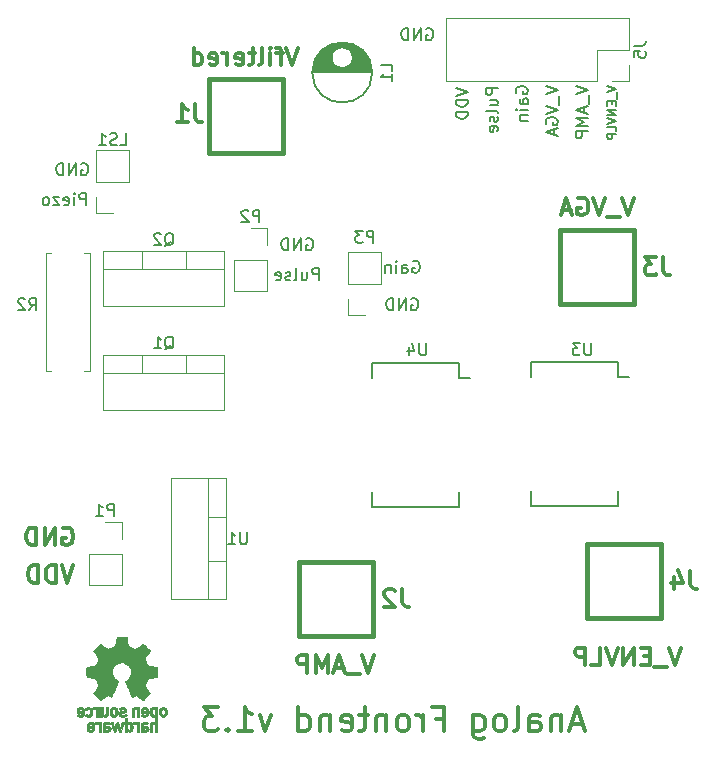
<source format=gbr>
G04 #@! TF.FileFunction,Legend,Bot*
%FSLAX46Y46*%
G04 Gerber Fmt 4.6, Leading zero omitted, Abs format (unit mm)*
G04 Created by KiCad (PCBNEW 4.0.6) date Friday, June 16, 2017 'PMt' 04:10:38 PM*
%MOMM*%
%LPD*%
G01*
G04 APERTURE LIST*
%ADD10C,0.100000*%
%ADD11C,0.203200*%
%ADD12C,0.152400*%
%ADD13C,0.300000*%
%ADD14C,0.150000*%
%ADD15C,0.120000*%
%ADD16C,0.010000*%
%ADD17C,0.381000*%
%ADD18C,0.304800*%
G04 APERTURE END LIST*
D10*
D11*
X151904095Y-52197000D02*
X152000857Y-52148619D01*
X152146000Y-52148619D01*
X152291142Y-52197000D01*
X152387904Y-52293762D01*
X152436285Y-52390524D01*
X152484666Y-52584048D01*
X152484666Y-52729190D01*
X152436285Y-52922714D01*
X152387904Y-53019476D01*
X152291142Y-53116238D01*
X152146000Y-53164619D01*
X152049238Y-53164619D01*
X151904095Y-53116238D01*
X151855714Y-53067857D01*
X151855714Y-52729190D01*
X152049238Y-52729190D01*
X151420285Y-53164619D02*
X151420285Y-52148619D01*
X150839714Y-53164619D01*
X150839714Y-52148619D01*
X150355904Y-53164619D02*
X150355904Y-52148619D01*
X150113999Y-52148619D01*
X149968857Y-52197000D01*
X149872095Y-52293762D01*
X149823714Y-52390524D01*
X149775333Y-52584048D01*
X149775333Y-52729190D01*
X149823714Y-52922714D01*
X149872095Y-53019476D01*
X149968857Y-53116238D01*
X150113999Y-53164619D01*
X150355904Y-53164619D01*
D12*
X167222714Y-57004857D02*
X167984714Y-57258857D01*
X167222714Y-57512857D01*
X168057286Y-57585429D02*
X168057286Y-58166000D01*
X167585571Y-58347429D02*
X167585571Y-58601429D01*
X167984714Y-58710286D02*
X167984714Y-58347429D01*
X167222714Y-58347429D01*
X167222714Y-58710286D01*
X167984714Y-59036858D02*
X167222714Y-59036858D01*
X167984714Y-59472286D01*
X167222714Y-59472286D01*
X167222714Y-59726286D02*
X167984714Y-59980286D01*
X167222714Y-60234286D01*
X167984714Y-60851144D02*
X167984714Y-60488287D01*
X167222714Y-60488287D01*
X167984714Y-61105144D02*
X167222714Y-61105144D01*
X167222714Y-61395429D01*
X167259000Y-61468001D01*
X167295286Y-61504286D01*
X167367857Y-61540572D01*
X167476714Y-61540572D01*
X167549286Y-61504286D01*
X167585571Y-61468001D01*
X167621857Y-61395429D01*
X167621857Y-61105144D01*
D11*
X164543619Y-57059286D02*
X165559619Y-57397953D01*
X164543619Y-57736619D01*
X165656381Y-57833381D02*
X165656381Y-58607476D01*
X165269333Y-58801000D02*
X165269333Y-59284809D01*
X165559619Y-58704238D02*
X164543619Y-59042905D01*
X165559619Y-59381571D01*
X165559619Y-59720238D02*
X164543619Y-59720238D01*
X165269333Y-60058904D01*
X164543619Y-60397571D01*
X165559619Y-60397571D01*
X165559619Y-60881381D02*
X164543619Y-60881381D01*
X164543619Y-61268428D01*
X164592000Y-61365190D01*
X164640381Y-61413571D01*
X164737143Y-61461952D01*
X164882286Y-61461952D01*
X164979048Y-61413571D01*
X165027429Y-61365190D01*
X165075810Y-61268428D01*
X165075810Y-60881381D01*
X162003619Y-57077429D02*
X163019619Y-57416096D01*
X162003619Y-57754762D01*
X163116381Y-57851524D02*
X163116381Y-58625619D01*
X162003619Y-58722381D02*
X163019619Y-59061048D01*
X162003619Y-59399714D01*
X162052000Y-60270571D02*
X162003619Y-60173809D01*
X162003619Y-60028666D01*
X162052000Y-59883524D01*
X162148762Y-59786762D01*
X162245524Y-59738381D01*
X162439048Y-59690000D01*
X162584190Y-59690000D01*
X162777714Y-59738381D01*
X162874476Y-59786762D01*
X162971238Y-59883524D01*
X163019619Y-60028666D01*
X163019619Y-60125428D01*
X162971238Y-60270571D01*
X162922857Y-60318952D01*
X162584190Y-60318952D01*
X162584190Y-60125428D01*
X162729333Y-60706000D02*
X162729333Y-61189809D01*
X163019619Y-60609238D02*
X162003619Y-60947905D01*
X163019619Y-61286571D01*
X159512000Y-57651952D02*
X159463619Y-57555190D01*
X159463619Y-57410047D01*
X159512000Y-57264905D01*
X159608762Y-57168143D01*
X159705524Y-57119762D01*
X159899048Y-57071381D01*
X160044190Y-57071381D01*
X160237714Y-57119762D01*
X160334476Y-57168143D01*
X160431238Y-57264905D01*
X160479619Y-57410047D01*
X160479619Y-57506809D01*
X160431238Y-57651952D01*
X160382857Y-57700333D01*
X160044190Y-57700333D01*
X160044190Y-57506809D01*
X160479619Y-58571190D02*
X159947429Y-58571190D01*
X159850667Y-58522809D01*
X159802286Y-58426047D01*
X159802286Y-58232524D01*
X159850667Y-58135762D01*
X160431238Y-58571190D02*
X160479619Y-58474428D01*
X160479619Y-58232524D01*
X160431238Y-58135762D01*
X160334476Y-58087381D01*
X160237714Y-58087381D01*
X160140952Y-58135762D01*
X160092571Y-58232524D01*
X160092571Y-58474428D01*
X160044190Y-58571190D01*
X160479619Y-59055000D02*
X159802286Y-59055000D01*
X159463619Y-59055000D02*
X159512000Y-59006619D01*
X159560381Y-59055000D01*
X159512000Y-59103381D01*
X159463619Y-59055000D01*
X159560381Y-59055000D01*
X159802286Y-59538810D02*
X160479619Y-59538810D01*
X159899048Y-59538810D02*
X159850667Y-59587191D01*
X159802286Y-59683953D01*
X159802286Y-59829095D01*
X159850667Y-59925857D01*
X159947429Y-59974238D01*
X160479619Y-59974238D01*
X154383619Y-57192334D02*
X155399619Y-57531001D01*
X154383619Y-57869667D01*
X155399619Y-58208334D02*
X154383619Y-58208334D01*
X154383619Y-58450239D01*
X154432000Y-58595381D01*
X154528762Y-58692143D01*
X154625524Y-58740524D01*
X154819048Y-58788905D01*
X154964190Y-58788905D01*
X155157714Y-58740524D01*
X155254476Y-58692143D01*
X155351238Y-58595381D01*
X155399619Y-58450239D01*
X155399619Y-58208334D01*
X155399619Y-59224334D02*
X154383619Y-59224334D01*
X154383619Y-59466239D01*
X154432000Y-59611381D01*
X154528762Y-59708143D01*
X154625524Y-59756524D01*
X154819048Y-59804905D01*
X154964190Y-59804905D01*
X155157714Y-59756524D01*
X155254476Y-59708143D01*
X155351238Y-59611381D01*
X155399619Y-59466239D01*
X155399619Y-59224334D01*
X157939619Y-57216525D02*
X156923619Y-57216525D01*
X156923619Y-57603572D01*
X156972000Y-57700334D01*
X157020381Y-57748715D01*
X157117143Y-57797096D01*
X157262286Y-57797096D01*
X157359048Y-57748715D01*
X157407429Y-57700334D01*
X157455810Y-57603572D01*
X157455810Y-57216525D01*
X157262286Y-58667953D02*
X157939619Y-58667953D01*
X157262286Y-58232525D02*
X157794476Y-58232525D01*
X157891238Y-58280906D01*
X157939619Y-58377668D01*
X157939619Y-58522810D01*
X157891238Y-58619572D01*
X157842857Y-58667953D01*
X157939619Y-59296906D02*
X157891238Y-59200144D01*
X157794476Y-59151763D01*
X156923619Y-59151763D01*
X157891238Y-59635572D02*
X157939619Y-59732334D01*
X157939619Y-59925858D01*
X157891238Y-60022619D01*
X157794476Y-60071000D01*
X157746095Y-60071000D01*
X157649333Y-60022619D01*
X157600952Y-59925858D01*
X157600952Y-59780715D01*
X157552571Y-59683953D01*
X157455810Y-59635572D01*
X157407429Y-59635572D01*
X157310667Y-59683953D01*
X157262286Y-59780715D01*
X157262286Y-59925858D01*
X157310667Y-60022619D01*
X157891238Y-60893476D02*
X157939619Y-60796714D01*
X157939619Y-60603191D01*
X157891238Y-60506429D01*
X157794476Y-60458048D01*
X157407429Y-60458048D01*
X157310667Y-60506429D01*
X157262286Y-60603191D01*
X157262286Y-60796714D01*
X157310667Y-60893476D01*
X157407429Y-60941857D01*
X157504190Y-60941857D01*
X157600952Y-60458048D01*
X150755048Y-71882000D02*
X150851810Y-71833619D01*
X150996953Y-71833619D01*
X151142095Y-71882000D01*
X151238857Y-71978762D01*
X151287238Y-72075524D01*
X151335619Y-72269048D01*
X151335619Y-72414190D01*
X151287238Y-72607714D01*
X151238857Y-72704476D01*
X151142095Y-72801238D01*
X150996953Y-72849619D01*
X150900191Y-72849619D01*
X150755048Y-72801238D01*
X150706667Y-72752857D01*
X150706667Y-72414190D01*
X150900191Y-72414190D01*
X149835810Y-72849619D02*
X149835810Y-72317429D01*
X149884191Y-72220667D01*
X149980953Y-72172286D01*
X150174476Y-72172286D01*
X150271238Y-72220667D01*
X149835810Y-72801238D02*
X149932572Y-72849619D01*
X150174476Y-72849619D01*
X150271238Y-72801238D01*
X150319619Y-72704476D01*
X150319619Y-72607714D01*
X150271238Y-72510952D01*
X150174476Y-72462571D01*
X149932572Y-72462571D01*
X149835810Y-72414190D01*
X149352000Y-72849619D02*
X149352000Y-72172286D01*
X149352000Y-71833619D02*
X149400381Y-71882000D01*
X149352000Y-71930381D01*
X149303619Y-71882000D01*
X149352000Y-71833619D01*
X149352000Y-71930381D01*
X148868190Y-72172286D02*
X148868190Y-72849619D01*
X148868190Y-72269048D02*
X148819809Y-72220667D01*
X148723047Y-72172286D01*
X148577905Y-72172286D01*
X148481143Y-72220667D01*
X148432762Y-72317429D01*
X148432762Y-72849619D01*
X150634095Y-75057000D02*
X150730857Y-75008619D01*
X150876000Y-75008619D01*
X151021142Y-75057000D01*
X151117904Y-75153762D01*
X151166285Y-75250524D01*
X151214666Y-75444048D01*
X151214666Y-75589190D01*
X151166285Y-75782714D01*
X151117904Y-75879476D01*
X151021142Y-75976238D01*
X150876000Y-76024619D01*
X150779238Y-76024619D01*
X150634095Y-75976238D01*
X150585714Y-75927857D01*
X150585714Y-75589190D01*
X150779238Y-75589190D01*
X150150285Y-76024619D02*
X150150285Y-75008619D01*
X149569714Y-76024619D01*
X149569714Y-75008619D01*
X149085904Y-76024619D02*
X149085904Y-75008619D01*
X148843999Y-75008619D01*
X148698857Y-75057000D01*
X148602095Y-75153762D01*
X148553714Y-75250524D01*
X148505333Y-75444048D01*
X148505333Y-75589190D01*
X148553714Y-75782714D01*
X148602095Y-75879476D01*
X148698857Y-75976238D01*
X148843999Y-76024619D01*
X149085904Y-76024619D01*
X123099285Y-67134619D02*
X123099285Y-66118619D01*
X122712238Y-66118619D01*
X122615476Y-66167000D01*
X122567095Y-66215381D01*
X122518714Y-66312143D01*
X122518714Y-66457286D01*
X122567095Y-66554048D01*
X122615476Y-66602429D01*
X122712238Y-66650810D01*
X123099285Y-66650810D01*
X122083285Y-67134619D02*
X122083285Y-66457286D01*
X122083285Y-66118619D02*
X122131666Y-66167000D01*
X122083285Y-66215381D01*
X122034904Y-66167000D01*
X122083285Y-66118619D01*
X122083285Y-66215381D01*
X121212428Y-67086238D02*
X121309190Y-67134619D01*
X121502713Y-67134619D01*
X121599475Y-67086238D01*
X121647856Y-66989476D01*
X121647856Y-66602429D01*
X121599475Y-66505667D01*
X121502713Y-66457286D01*
X121309190Y-66457286D01*
X121212428Y-66505667D01*
X121164047Y-66602429D01*
X121164047Y-66699190D01*
X121647856Y-66795952D01*
X120825380Y-66457286D02*
X120293190Y-66457286D01*
X120825380Y-67134619D01*
X120293190Y-67134619D01*
X119760999Y-67134619D02*
X119857761Y-67086238D01*
X119906142Y-67037857D01*
X119954523Y-66941095D01*
X119954523Y-66650810D01*
X119906142Y-66554048D01*
X119857761Y-66505667D01*
X119760999Y-66457286D01*
X119615857Y-66457286D01*
X119519095Y-66505667D01*
X119470714Y-66554048D01*
X119422333Y-66650810D01*
X119422333Y-66941095D01*
X119470714Y-67037857D01*
X119519095Y-67086238D01*
X119615857Y-67134619D01*
X119760999Y-67134619D01*
X122694095Y-63627000D02*
X122790857Y-63578619D01*
X122936000Y-63578619D01*
X123081142Y-63627000D01*
X123177904Y-63723762D01*
X123226285Y-63820524D01*
X123274666Y-64014048D01*
X123274666Y-64159190D01*
X123226285Y-64352714D01*
X123177904Y-64449476D01*
X123081142Y-64546238D01*
X122936000Y-64594619D01*
X122839238Y-64594619D01*
X122694095Y-64546238D01*
X122645714Y-64497857D01*
X122645714Y-64159190D01*
X122839238Y-64159190D01*
X122210285Y-64594619D02*
X122210285Y-63578619D01*
X121629714Y-64594619D01*
X121629714Y-63578619D01*
X121145904Y-64594619D02*
X121145904Y-63578619D01*
X120903999Y-63578619D01*
X120758857Y-63627000D01*
X120662095Y-63723762D01*
X120613714Y-63820524D01*
X120565333Y-64014048D01*
X120565333Y-64159190D01*
X120613714Y-64352714D01*
X120662095Y-64449476D01*
X120758857Y-64546238D01*
X120903999Y-64594619D01*
X121145904Y-64594619D01*
X142808475Y-73484619D02*
X142808475Y-72468619D01*
X142421428Y-72468619D01*
X142324666Y-72517000D01*
X142276285Y-72565381D01*
X142227904Y-72662143D01*
X142227904Y-72807286D01*
X142276285Y-72904048D01*
X142324666Y-72952429D01*
X142421428Y-73000810D01*
X142808475Y-73000810D01*
X141357047Y-72807286D02*
X141357047Y-73484619D01*
X141792475Y-72807286D02*
X141792475Y-73339476D01*
X141744094Y-73436238D01*
X141647332Y-73484619D01*
X141502190Y-73484619D01*
X141405428Y-73436238D01*
X141357047Y-73387857D01*
X140728094Y-73484619D02*
X140824856Y-73436238D01*
X140873237Y-73339476D01*
X140873237Y-72468619D01*
X140389428Y-73436238D02*
X140292666Y-73484619D01*
X140099142Y-73484619D01*
X140002381Y-73436238D01*
X139954000Y-73339476D01*
X139954000Y-73291095D01*
X140002381Y-73194333D01*
X140099142Y-73145952D01*
X140244285Y-73145952D01*
X140341047Y-73097571D01*
X140389428Y-73000810D01*
X140389428Y-72952429D01*
X140341047Y-72855667D01*
X140244285Y-72807286D01*
X140099142Y-72807286D01*
X140002381Y-72855667D01*
X139131524Y-73436238D02*
X139228286Y-73484619D01*
X139421809Y-73484619D01*
X139518571Y-73436238D01*
X139566952Y-73339476D01*
X139566952Y-72952429D01*
X139518571Y-72855667D01*
X139421809Y-72807286D01*
X139228286Y-72807286D01*
X139131524Y-72855667D01*
X139083143Y-72952429D01*
X139083143Y-73049190D01*
X139566952Y-73145952D01*
X141744095Y-69977000D02*
X141840857Y-69928619D01*
X141986000Y-69928619D01*
X142131142Y-69977000D01*
X142227904Y-70073762D01*
X142276285Y-70170524D01*
X142324666Y-70364048D01*
X142324666Y-70509190D01*
X142276285Y-70702714D01*
X142227904Y-70799476D01*
X142131142Y-70896238D01*
X141986000Y-70944619D01*
X141889238Y-70944619D01*
X141744095Y-70896238D01*
X141695714Y-70847857D01*
X141695714Y-70509190D01*
X141889238Y-70509190D01*
X141260285Y-70944619D02*
X141260285Y-69928619D01*
X140679714Y-70944619D01*
X140679714Y-69928619D01*
X140195904Y-70944619D02*
X140195904Y-69928619D01*
X139953999Y-69928619D01*
X139808857Y-69977000D01*
X139712095Y-70073762D01*
X139663714Y-70170524D01*
X139615333Y-70364048D01*
X139615333Y-70509190D01*
X139663714Y-70702714D01*
X139712095Y-70799476D01*
X139808857Y-70896238D01*
X139953999Y-70944619D01*
X140195904Y-70944619D01*
D13*
X121157857Y-94500000D02*
X121300714Y-94428571D01*
X121515000Y-94428571D01*
X121729285Y-94500000D01*
X121872143Y-94642857D01*
X121943571Y-94785714D01*
X122015000Y-95071429D01*
X122015000Y-95285714D01*
X121943571Y-95571429D01*
X121872143Y-95714286D01*
X121729285Y-95857143D01*
X121515000Y-95928571D01*
X121372143Y-95928571D01*
X121157857Y-95857143D01*
X121086428Y-95785714D01*
X121086428Y-95285714D01*
X121372143Y-95285714D01*
X120443571Y-95928571D02*
X120443571Y-94428571D01*
X119586428Y-95928571D01*
X119586428Y-94428571D01*
X118872142Y-95928571D02*
X118872142Y-94428571D01*
X118514999Y-94428571D01*
X118300714Y-94500000D01*
X118157856Y-94642857D01*
X118086428Y-94785714D01*
X118014999Y-95071429D01*
X118014999Y-95285714D01*
X118086428Y-95571429D01*
X118157856Y-95714286D01*
X118300714Y-95857143D01*
X118514999Y-95928571D01*
X118872142Y-95928571D01*
X122015000Y-97603571D02*
X121515000Y-99103571D01*
X121015000Y-97603571D01*
X120515000Y-99103571D02*
X120515000Y-97603571D01*
X120157857Y-97603571D01*
X119943572Y-97675000D01*
X119800714Y-97817857D01*
X119729286Y-97960714D01*
X119657857Y-98246429D01*
X119657857Y-98460714D01*
X119729286Y-98746429D01*
X119800714Y-98889286D01*
X119943572Y-99032143D01*
X120157857Y-99103571D01*
X120515000Y-99103571D01*
X119015000Y-99103571D02*
X119015000Y-97603571D01*
X118657857Y-97603571D01*
X118443572Y-97675000D01*
X118300714Y-97817857D01*
X118229286Y-97960714D01*
X118157857Y-98246429D01*
X118157857Y-98460714D01*
X118229286Y-98746429D01*
X118300714Y-98889286D01*
X118443572Y-99032143D01*
X118657857Y-99103571D01*
X119015000Y-99103571D01*
X141060714Y-53788571D02*
X140560714Y-55288571D01*
X140060714Y-53788571D01*
X139775000Y-54288571D02*
X139203571Y-54288571D01*
X139560714Y-55288571D02*
X139560714Y-54002857D01*
X139489286Y-53860000D01*
X139346428Y-53788571D01*
X139203571Y-53788571D01*
X138703571Y-55288571D02*
X138703571Y-54288571D01*
X138703571Y-53788571D02*
X138775000Y-53860000D01*
X138703571Y-53931429D01*
X138632143Y-53860000D01*
X138703571Y-53788571D01*
X138703571Y-53931429D01*
X137774999Y-55288571D02*
X137917857Y-55217143D01*
X137989285Y-55074286D01*
X137989285Y-53788571D01*
X137417857Y-54288571D02*
X136846428Y-54288571D01*
X137203571Y-53788571D02*
X137203571Y-55074286D01*
X137132143Y-55217143D01*
X136989285Y-55288571D01*
X136846428Y-55288571D01*
X135775000Y-55217143D02*
X135917857Y-55288571D01*
X136203571Y-55288571D01*
X136346428Y-55217143D01*
X136417857Y-55074286D01*
X136417857Y-54502857D01*
X136346428Y-54360000D01*
X136203571Y-54288571D01*
X135917857Y-54288571D01*
X135775000Y-54360000D01*
X135703571Y-54502857D01*
X135703571Y-54645714D01*
X136417857Y-54788571D01*
X135060714Y-55288571D02*
X135060714Y-54288571D01*
X135060714Y-54574286D02*
X134989286Y-54431429D01*
X134917857Y-54360000D01*
X134775000Y-54288571D01*
X134632143Y-54288571D01*
X133560715Y-55217143D02*
X133703572Y-55288571D01*
X133989286Y-55288571D01*
X134132143Y-55217143D01*
X134203572Y-55074286D01*
X134203572Y-54502857D01*
X134132143Y-54360000D01*
X133989286Y-54288571D01*
X133703572Y-54288571D01*
X133560715Y-54360000D01*
X133489286Y-54502857D01*
X133489286Y-54645714D01*
X134203572Y-54788571D01*
X132203572Y-55288571D02*
X132203572Y-53788571D01*
X132203572Y-55217143D02*
X132346429Y-55288571D01*
X132632143Y-55288571D01*
X132775001Y-55217143D01*
X132846429Y-55145714D01*
X132917858Y-55002857D01*
X132917858Y-54574286D01*
X132846429Y-54431429D01*
X132775001Y-54360000D01*
X132632143Y-54288571D01*
X132346429Y-54288571D01*
X132203572Y-54360000D01*
X169477142Y-66488571D02*
X168977142Y-67988571D01*
X168477142Y-66488571D01*
X168334285Y-68131429D02*
X167191428Y-68131429D01*
X167048571Y-66488571D02*
X166548571Y-67988571D01*
X166048571Y-66488571D01*
X164762857Y-66560000D02*
X164905714Y-66488571D01*
X165120000Y-66488571D01*
X165334285Y-66560000D01*
X165477143Y-66702857D01*
X165548571Y-66845714D01*
X165620000Y-67131429D01*
X165620000Y-67345714D01*
X165548571Y-67631429D01*
X165477143Y-67774286D01*
X165334285Y-67917143D01*
X165120000Y-67988571D01*
X164977143Y-67988571D01*
X164762857Y-67917143D01*
X164691428Y-67845714D01*
X164691428Y-67345714D01*
X164977143Y-67345714D01*
X164120000Y-67560000D02*
X163405714Y-67560000D01*
X164262857Y-67988571D02*
X163762857Y-66488571D01*
X163262857Y-67988571D01*
X147466428Y-105223571D02*
X146966428Y-106723571D01*
X146466428Y-105223571D01*
X146323571Y-106866429D02*
X145180714Y-106866429D01*
X144895000Y-106295000D02*
X144180714Y-106295000D01*
X145037857Y-106723571D02*
X144537857Y-105223571D01*
X144037857Y-106723571D01*
X143537857Y-106723571D02*
X143537857Y-105223571D01*
X143037857Y-106295000D01*
X142537857Y-105223571D01*
X142537857Y-106723571D01*
X141823571Y-106723571D02*
X141823571Y-105223571D01*
X141252143Y-105223571D01*
X141109285Y-105295000D01*
X141037857Y-105366429D01*
X140966428Y-105509286D01*
X140966428Y-105723571D01*
X141037857Y-105866429D01*
X141109285Y-105937857D01*
X141252143Y-106009286D01*
X141823571Y-106009286D01*
X173445714Y-104588571D02*
X172945714Y-106088571D01*
X172445714Y-104588571D01*
X172302857Y-106231429D02*
X171160000Y-106231429D01*
X170802857Y-105302857D02*
X170302857Y-105302857D01*
X170088571Y-106088571D02*
X170802857Y-106088571D01*
X170802857Y-104588571D01*
X170088571Y-104588571D01*
X169445714Y-106088571D02*
X169445714Y-104588571D01*
X168588571Y-106088571D01*
X168588571Y-104588571D01*
X168088571Y-104588571D02*
X167588571Y-106088571D01*
X167088571Y-104588571D01*
X165874285Y-106088571D02*
X166588571Y-106088571D01*
X166588571Y-104588571D01*
X165374285Y-106088571D02*
X165374285Y-104588571D01*
X164802857Y-104588571D01*
X164659999Y-104660000D01*
X164588571Y-104731429D01*
X164517142Y-104874286D01*
X164517142Y-105088571D01*
X164588571Y-105231429D01*
X164659999Y-105302857D01*
X164802857Y-105374286D01*
X165374285Y-105374286D01*
X165160474Y-111082667D02*
X164192855Y-111082667D01*
X165353998Y-111663238D02*
X164676665Y-109631238D01*
X163999332Y-111663238D01*
X163321998Y-110308571D02*
X163321998Y-111663238D01*
X163321998Y-110502095D02*
X163225237Y-110405333D01*
X163031713Y-110308571D01*
X162741427Y-110308571D01*
X162547903Y-110405333D01*
X162451141Y-110598857D01*
X162451141Y-111663238D01*
X160612665Y-111663238D02*
X160612665Y-110598857D01*
X160709427Y-110405333D01*
X160902951Y-110308571D01*
X161289999Y-110308571D01*
X161483522Y-110405333D01*
X160612665Y-111566476D02*
X160806189Y-111663238D01*
X161289999Y-111663238D01*
X161483522Y-111566476D01*
X161580284Y-111372952D01*
X161580284Y-111179429D01*
X161483522Y-110985905D01*
X161289999Y-110889143D01*
X160806189Y-110889143D01*
X160612665Y-110792381D01*
X159354761Y-111663238D02*
X159548285Y-111566476D01*
X159645046Y-111372952D01*
X159645046Y-109631238D01*
X158290380Y-111663238D02*
X158483904Y-111566476D01*
X158580665Y-111469714D01*
X158677427Y-111276190D01*
X158677427Y-110695619D01*
X158580665Y-110502095D01*
X158483904Y-110405333D01*
X158290380Y-110308571D01*
X158000094Y-110308571D01*
X157806570Y-110405333D01*
X157709808Y-110502095D01*
X157613046Y-110695619D01*
X157613046Y-111276190D01*
X157709808Y-111469714D01*
X157806570Y-111566476D01*
X158000094Y-111663238D01*
X158290380Y-111663238D01*
X155871332Y-110308571D02*
X155871332Y-111953524D01*
X155968094Y-112147048D01*
X156064856Y-112243810D01*
X156258380Y-112340571D01*
X156548666Y-112340571D01*
X156742189Y-112243810D01*
X155871332Y-111566476D02*
X156064856Y-111663238D01*
X156451904Y-111663238D01*
X156645428Y-111566476D01*
X156742189Y-111469714D01*
X156838951Y-111276190D01*
X156838951Y-110695619D01*
X156742189Y-110502095D01*
X156645428Y-110405333D01*
X156451904Y-110308571D01*
X156064856Y-110308571D01*
X155871332Y-110405333D01*
X152678190Y-110598857D02*
X153355523Y-110598857D01*
X153355523Y-111663238D02*
X153355523Y-109631238D01*
X152387904Y-109631238D01*
X151613809Y-111663238D02*
X151613809Y-110308571D01*
X151613809Y-110695619D02*
X151517048Y-110502095D01*
X151420286Y-110405333D01*
X151226762Y-110308571D01*
X151033238Y-110308571D01*
X150065619Y-111663238D02*
X150259143Y-111566476D01*
X150355904Y-111469714D01*
X150452666Y-111276190D01*
X150452666Y-110695619D01*
X150355904Y-110502095D01*
X150259143Y-110405333D01*
X150065619Y-110308571D01*
X149775333Y-110308571D01*
X149581809Y-110405333D01*
X149485047Y-110502095D01*
X149388285Y-110695619D01*
X149388285Y-111276190D01*
X149485047Y-111469714D01*
X149581809Y-111566476D01*
X149775333Y-111663238D01*
X150065619Y-111663238D01*
X148517428Y-110308571D02*
X148517428Y-111663238D01*
X148517428Y-110502095D02*
X148420667Y-110405333D01*
X148227143Y-110308571D01*
X147936857Y-110308571D01*
X147743333Y-110405333D01*
X147646571Y-110598857D01*
X147646571Y-111663238D01*
X146969238Y-110308571D02*
X146195143Y-110308571D01*
X146678952Y-109631238D02*
X146678952Y-111372952D01*
X146582191Y-111566476D01*
X146388667Y-111663238D01*
X146195143Y-111663238D01*
X144743714Y-111566476D02*
X144937238Y-111663238D01*
X145324286Y-111663238D01*
X145517809Y-111566476D01*
X145614571Y-111372952D01*
X145614571Y-110598857D01*
X145517809Y-110405333D01*
X145324286Y-110308571D01*
X144937238Y-110308571D01*
X144743714Y-110405333D01*
X144646952Y-110598857D01*
X144646952Y-110792381D01*
X145614571Y-110985905D01*
X143776095Y-110308571D02*
X143776095Y-111663238D01*
X143776095Y-110502095D02*
X143679334Y-110405333D01*
X143485810Y-110308571D01*
X143195524Y-110308571D01*
X143002000Y-110405333D01*
X142905238Y-110598857D01*
X142905238Y-111663238D01*
X141066762Y-111663238D02*
X141066762Y-109631238D01*
X141066762Y-111566476D02*
X141260286Y-111663238D01*
X141647334Y-111663238D01*
X141840858Y-111566476D01*
X141937619Y-111469714D01*
X142034381Y-111276190D01*
X142034381Y-110695619D01*
X141937619Y-110502095D01*
X141840858Y-110405333D01*
X141647334Y-110308571D01*
X141260286Y-110308571D01*
X141066762Y-110405333D01*
X138744477Y-110308571D02*
X138260668Y-111663238D01*
X137776858Y-110308571D01*
X135938383Y-111663238D02*
X137099525Y-111663238D01*
X136518954Y-111663238D02*
X136518954Y-109631238D01*
X136712478Y-109921524D01*
X136906002Y-110115048D01*
X137099525Y-110211810D01*
X135067525Y-111469714D02*
X134970764Y-111566476D01*
X135067525Y-111663238D01*
X135164287Y-111566476D01*
X135067525Y-111469714D01*
X135067525Y-111663238D01*
X134293430Y-109631238D02*
X133035526Y-109631238D01*
X133712859Y-110405333D01*
X133422573Y-110405333D01*
X133229049Y-110502095D01*
X133132287Y-110598857D01*
X133035526Y-110792381D01*
X133035526Y-111276190D01*
X133132287Y-111469714D01*
X133229049Y-111566476D01*
X133422573Y-111663238D01*
X134003145Y-111663238D01*
X134196668Y-111566476D01*
X134293430Y-111469714D01*
D14*
X147279000Y-55825000D02*
X142281000Y-55825000D01*
X147271000Y-55685000D02*
X142289000Y-55685000D01*
X147255000Y-55545000D02*
X144875000Y-55545000D01*
X144685000Y-55545000D02*
X142305000Y-55545000D01*
X147231000Y-55405000D02*
X145270000Y-55405000D01*
X144290000Y-55405000D02*
X142329000Y-55405000D01*
X147198000Y-55265000D02*
X145437000Y-55265000D01*
X144123000Y-55265000D02*
X142362000Y-55265000D01*
X147157000Y-55125000D02*
X145544000Y-55125000D01*
X144016000Y-55125000D02*
X142403000Y-55125000D01*
X147107000Y-54985000D02*
X145615000Y-54985000D01*
X143945000Y-54985000D02*
X142453000Y-54985000D01*
X147046000Y-54845000D02*
X145659000Y-54845000D01*
X143901000Y-54845000D02*
X142514000Y-54845000D01*
X146976000Y-54705000D02*
X145678000Y-54705000D01*
X143882000Y-54705000D02*
X142584000Y-54705000D01*
X146894000Y-54565000D02*
X145676000Y-54565000D01*
X143884000Y-54565000D02*
X142666000Y-54565000D01*
X146799000Y-54425000D02*
X145651000Y-54425000D01*
X143909000Y-54425000D02*
X142761000Y-54425000D01*
X146688000Y-54285000D02*
X145603000Y-54285000D01*
X143957000Y-54285000D02*
X142872000Y-54285000D01*
X146560000Y-54145000D02*
X145525000Y-54145000D01*
X144035000Y-54145000D02*
X143000000Y-54145000D01*
X146411000Y-54005000D02*
X145408000Y-54005000D01*
X144152000Y-54005000D02*
X143149000Y-54005000D01*
X146232000Y-53865000D02*
X145220000Y-53865000D01*
X144340000Y-53865000D02*
X143328000Y-53865000D01*
X146013000Y-53725000D02*
X143547000Y-53725000D01*
X145724000Y-53585000D02*
X143836000Y-53585000D01*
X145252000Y-53445000D02*
X144308000Y-53445000D01*
X145680000Y-54650000D02*
G75*
G03X145680000Y-54650000I-900000J0D01*
G01*
X147317500Y-55900000D02*
G75*
G03X147317500Y-55900000I-2537500J0D01*
G01*
D15*
X123959000Y-65151000D02*
X123959000Y-62491000D01*
X123959000Y-62491000D02*
X126739000Y-62491000D01*
X126739000Y-62491000D02*
X126739000Y-65151000D01*
X126739000Y-65151000D02*
X123959000Y-65151000D01*
X123959000Y-66421000D02*
X123959000Y-67811000D01*
X123959000Y-67811000D02*
X125349000Y-67811000D01*
X126104000Y-96647000D02*
X126104000Y-99307000D01*
X126104000Y-99307000D02*
X123324000Y-99307000D01*
X123324000Y-99307000D02*
X123324000Y-96647000D01*
X123324000Y-96647000D02*
X126104000Y-96647000D01*
X126104000Y-95377000D02*
X126104000Y-93987000D01*
X126104000Y-93987000D02*
X124714000Y-93987000D01*
X138423000Y-71755000D02*
X138423000Y-74415000D01*
X138423000Y-74415000D02*
X135643000Y-74415000D01*
X135643000Y-74415000D02*
X135643000Y-71755000D01*
X135643000Y-71755000D02*
X138423000Y-71755000D01*
X138423000Y-70485000D02*
X138423000Y-69095000D01*
X138423000Y-69095000D02*
X137033000Y-69095000D01*
X145295000Y-73787000D02*
X145295000Y-71127000D01*
X145295000Y-71127000D02*
X148075000Y-71127000D01*
X148075000Y-71127000D02*
X148075000Y-73787000D01*
X148075000Y-73787000D02*
X145295000Y-73787000D01*
X145295000Y-75057000D02*
X145295000Y-76447000D01*
X145295000Y-76447000D02*
X146685000Y-76447000D01*
X134787000Y-79803000D02*
X124547000Y-79803000D01*
X134787000Y-84444000D02*
X124547000Y-84444000D01*
X134787000Y-79803000D02*
X134787000Y-84444000D01*
X124547000Y-79803000D02*
X124547000Y-84444000D01*
X134787000Y-81313000D02*
X124547000Y-81313000D01*
X131517000Y-79803000D02*
X131517000Y-81313000D01*
X127816000Y-79803000D02*
X127816000Y-81313000D01*
X134787000Y-71040000D02*
X124547000Y-71040000D01*
X134787000Y-75681000D02*
X124547000Y-75681000D01*
X134787000Y-71040000D02*
X134787000Y-75681000D01*
X124547000Y-71040000D02*
X124547000Y-75681000D01*
X134787000Y-72550000D02*
X124547000Y-72550000D01*
X131517000Y-71040000D02*
X131517000Y-72550000D01*
X127816000Y-71040000D02*
X127816000Y-72550000D01*
X122919000Y-81210000D02*
X123399000Y-81210000D01*
X123399000Y-81210000D02*
X123399000Y-71190000D01*
X123399000Y-71190000D02*
X122919000Y-71190000D01*
X120159000Y-81210000D02*
X119679000Y-81210000D01*
X119679000Y-81210000D02*
X119679000Y-71190000D01*
X119679000Y-71190000D02*
X120159000Y-71190000D01*
X134954000Y-100497000D02*
X134954000Y-90257000D01*
X130313000Y-100497000D02*
X130313000Y-90257000D01*
X134954000Y-100497000D02*
X130313000Y-100497000D01*
X134954000Y-90257000D02*
X130313000Y-90257000D01*
X133444000Y-100497000D02*
X133444000Y-90257000D01*
X134954000Y-97227000D02*
X133444000Y-97227000D01*
X134954000Y-93526000D02*
X133444000Y-93526000D01*
D14*
X168125038Y-80426340D02*
X168125038Y-81696340D01*
X160775038Y-80426340D02*
X160775038Y-81696340D01*
X160775038Y-92636340D02*
X160775038Y-91366340D01*
X168125038Y-92636340D02*
X168125038Y-91366340D01*
X168125038Y-80426340D02*
X160775038Y-80426340D01*
X168125038Y-92636340D02*
X160775038Y-92636340D01*
X168125038Y-81696340D02*
X169060038Y-81696340D01*
X154678000Y-80509000D02*
X154678000Y-81779000D01*
X147328000Y-80509000D02*
X147328000Y-81779000D01*
X147328000Y-92719000D02*
X147328000Y-91449000D01*
X154678000Y-92719000D02*
X154678000Y-91449000D01*
X154678000Y-80509000D02*
X147328000Y-80509000D01*
X154678000Y-92719000D02*
X147328000Y-92719000D01*
X154678000Y-81779000D02*
X155613000Y-81779000D01*
D15*
X166370000Y-56635000D02*
X153550000Y-56635000D01*
X153550000Y-56635000D02*
X153550000Y-51315000D01*
X153550000Y-51315000D02*
X169030000Y-51315000D01*
X169030000Y-51315000D02*
X169030000Y-53975000D01*
X169030000Y-53975000D02*
X166370000Y-53975000D01*
X166370000Y-53975000D02*
X166370000Y-56635000D01*
X167640000Y-56635000D02*
X169030000Y-56635000D01*
X169030000Y-56635000D02*
X169030000Y-55245000D01*
D16*
G36*
X128647640Y-109648468D02*
X128612408Y-109665874D01*
X128568960Y-109696206D01*
X128537294Y-109729283D01*
X128515606Y-109770817D01*
X128502097Y-109826522D01*
X128494962Y-109902111D01*
X128492400Y-110003296D01*
X128492250Y-110046797D01*
X128492688Y-110142135D01*
X128494504Y-110210271D01*
X128498455Y-110257418D01*
X128505298Y-110289790D01*
X128515789Y-110313600D01*
X128526704Y-110329843D01*
X128596381Y-110398952D01*
X128678434Y-110440521D01*
X128766950Y-110453023D01*
X128856019Y-110434934D01*
X128884237Y-110422142D01*
X128951790Y-110386931D01*
X128951790Y-110938700D01*
X128902488Y-110913205D01*
X128837527Y-110893480D01*
X128757680Y-110888427D01*
X128677948Y-110897756D01*
X128617735Y-110918714D01*
X128567792Y-110958627D01*
X128525119Y-111015741D01*
X128521910Y-111021605D01*
X128508378Y-111049227D01*
X128498495Y-111077068D01*
X128491691Y-111110794D01*
X128487399Y-111156071D01*
X128485049Y-111218562D01*
X128484072Y-111303935D01*
X128483895Y-111400010D01*
X128483895Y-111706526D01*
X128667711Y-111706526D01*
X128667711Y-111141339D01*
X128719125Y-111098077D01*
X128772534Y-111063472D01*
X128823112Y-111057180D01*
X128873970Y-111073372D01*
X128901075Y-111089227D01*
X128921249Y-111111810D01*
X128935597Y-111145940D01*
X128945224Y-111196434D01*
X128951237Y-111268111D01*
X128954740Y-111365788D01*
X128955974Y-111430802D01*
X128960145Y-111698171D01*
X129047875Y-111703222D01*
X129135606Y-111708273D01*
X129135606Y-110049101D01*
X128951790Y-110049101D01*
X128947104Y-110141600D01*
X128931312Y-110205809D01*
X128901817Y-110245759D01*
X128856020Y-110265480D01*
X128809750Y-110269421D01*
X128757372Y-110264892D01*
X128722610Y-110247069D01*
X128700872Y-110223519D01*
X128683760Y-110198189D01*
X128673573Y-110169969D01*
X128669040Y-110130431D01*
X128668891Y-110071142D01*
X128670416Y-110021498D01*
X128673919Y-109946710D01*
X128679133Y-109897611D01*
X128687913Y-109866467D01*
X128702114Y-109845545D01*
X128715516Y-109833452D01*
X128771513Y-109807081D01*
X128837789Y-109802822D01*
X128875844Y-109811906D01*
X128913523Y-109844196D01*
X128938481Y-109907006D01*
X128950578Y-109999894D01*
X128951790Y-110049101D01*
X129135606Y-110049101D01*
X129135606Y-109634421D01*
X129043698Y-109634421D01*
X128988517Y-109636603D01*
X128960048Y-109644351D01*
X128951794Y-109659468D01*
X128951790Y-109659916D01*
X128947960Y-109674720D01*
X128931067Y-109673039D01*
X128897481Y-109656772D01*
X128819222Y-109631887D01*
X128731173Y-109629271D01*
X128647640Y-109648468D01*
X128647640Y-109648468D01*
G37*
X128647640Y-109648468D02*
X128612408Y-109665874D01*
X128568960Y-109696206D01*
X128537294Y-109729283D01*
X128515606Y-109770817D01*
X128502097Y-109826522D01*
X128494962Y-109902111D01*
X128492400Y-110003296D01*
X128492250Y-110046797D01*
X128492688Y-110142135D01*
X128494504Y-110210271D01*
X128498455Y-110257418D01*
X128505298Y-110289790D01*
X128515789Y-110313600D01*
X128526704Y-110329843D01*
X128596381Y-110398952D01*
X128678434Y-110440521D01*
X128766950Y-110453023D01*
X128856019Y-110434934D01*
X128884237Y-110422142D01*
X128951790Y-110386931D01*
X128951790Y-110938700D01*
X128902488Y-110913205D01*
X128837527Y-110893480D01*
X128757680Y-110888427D01*
X128677948Y-110897756D01*
X128617735Y-110918714D01*
X128567792Y-110958627D01*
X128525119Y-111015741D01*
X128521910Y-111021605D01*
X128508378Y-111049227D01*
X128498495Y-111077068D01*
X128491691Y-111110794D01*
X128487399Y-111156071D01*
X128485049Y-111218562D01*
X128484072Y-111303935D01*
X128483895Y-111400010D01*
X128483895Y-111706526D01*
X128667711Y-111706526D01*
X128667711Y-111141339D01*
X128719125Y-111098077D01*
X128772534Y-111063472D01*
X128823112Y-111057180D01*
X128873970Y-111073372D01*
X128901075Y-111089227D01*
X128921249Y-111111810D01*
X128935597Y-111145940D01*
X128945224Y-111196434D01*
X128951237Y-111268111D01*
X128954740Y-111365788D01*
X128955974Y-111430802D01*
X128960145Y-111698171D01*
X129047875Y-111703222D01*
X129135606Y-111708273D01*
X129135606Y-110049101D01*
X128951790Y-110049101D01*
X128947104Y-110141600D01*
X128931312Y-110205809D01*
X128901817Y-110245759D01*
X128856020Y-110265480D01*
X128809750Y-110269421D01*
X128757372Y-110264892D01*
X128722610Y-110247069D01*
X128700872Y-110223519D01*
X128683760Y-110198189D01*
X128673573Y-110169969D01*
X128669040Y-110130431D01*
X128668891Y-110071142D01*
X128670416Y-110021498D01*
X128673919Y-109946710D01*
X128679133Y-109897611D01*
X128687913Y-109866467D01*
X128702114Y-109845545D01*
X128715516Y-109833452D01*
X128771513Y-109807081D01*
X128837789Y-109802822D01*
X128875844Y-109811906D01*
X128913523Y-109844196D01*
X128938481Y-109907006D01*
X128950578Y-109999894D01*
X128951790Y-110049101D01*
X129135606Y-110049101D01*
X129135606Y-109634421D01*
X129043698Y-109634421D01*
X128988517Y-109636603D01*
X128960048Y-109644351D01*
X128951794Y-109659468D01*
X128951790Y-109659916D01*
X128947960Y-109674720D01*
X128931067Y-109673039D01*
X128897481Y-109656772D01*
X128819222Y-109631887D01*
X128731173Y-109629271D01*
X128647640Y-109648468D01*
G36*
X127950543Y-110894184D02*
X127871930Y-110915160D01*
X127812084Y-110953180D01*
X127769853Y-111002978D01*
X127756725Y-111024230D01*
X127747032Y-111046492D01*
X127740256Y-111074970D01*
X127735877Y-111114871D01*
X127733376Y-111171401D01*
X127732232Y-111249767D01*
X127731928Y-111355176D01*
X127731922Y-111383142D01*
X127731922Y-111706526D01*
X127812132Y-111706526D01*
X127863294Y-111702943D01*
X127901123Y-111693866D01*
X127910601Y-111688268D01*
X127936512Y-111678606D01*
X127962976Y-111688268D01*
X128006548Y-111700330D01*
X128069840Y-111705185D01*
X128139990Y-111703078D01*
X128204140Y-111694256D01*
X128241593Y-111682937D01*
X128314067Y-111636412D01*
X128359360Y-111571846D01*
X128379722Y-111486000D01*
X128379912Y-111483796D01*
X128378125Y-111445713D01*
X128216527Y-111445713D01*
X128202399Y-111489030D01*
X128179388Y-111513408D01*
X128133196Y-111531845D01*
X128072225Y-111539205D01*
X128010051Y-111535583D01*
X127960249Y-111521074D01*
X127946297Y-111511765D01*
X127921915Y-111468753D01*
X127915737Y-111419857D01*
X127915737Y-111355605D01*
X128008182Y-111355605D01*
X128096005Y-111362366D01*
X128162582Y-111381520D01*
X128203998Y-111411376D01*
X128216527Y-111445713D01*
X128378125Y-111445713D01*
X128375510Y-111390004D01*
X128344576Y-111315847D01*
X128286419Y-111259767D01*
X128278380Y-111254665D01*
X128243837Y-111238055D01*
X128201082Y-111227996D01*
X128141314Y-111223107D01*
X128070310Y-111221983D01*
X127915737Y-111221921D01*
X127915737Y-111157125D01*
X127922294Y-111106850D01*
X127939025Y-111073169D01*
X127940984Y-111071376D01*
X127978217Y-111056642D01*
X128034420Y-111050931D01*
X128096533Y-111053737D01*
X128151490Y-111064556D01*
X128184101Y-111080782D01*
X128201772Y-111093780D01*
X128220431Y-111096262D01*
X128246181Y-111085613D01*
X128285127Y-111059218D01*
X128343370Y-111014465D01*
X128348716Y-111010273D01*
X128345977Y-110994760D01*
X128323124Y-110968960D01*
X128288391Y-110940289D01*
X128250010Y-110916166D01*
X128237952Y-110910470D01*
X128193966Y-110899103D01*
X128129513Y-110890995D01*
X128057503Y-110887743D01*
X128054136Y-110887736D01*
X127950543Y-110894184D01*
X127950543Y-110894184D01*
G37*
X127950543Y-110894184D02*
X127871930Y-110915160D01*
X127812084Y-110953180D01*
X127769853Y-111002978D01*
X127756725Y-111024230D01*
X127747032Y-111046492D01*
X127740256Y-111074970D01*
X127735877Y-111114871D01*
X127733376Y-111171401D01*
X127732232Y-111249767D01*
X127731928Y-111355176D01*
X127731922Y-111383142D01*
X127731922Y-111706526D01*
X127812132Y-111706526D01*
X127863294Y-111702943D01*
X127901123Y-111693866D01*
X127910601Y-111688268D01*
X127936512Y-111678606D01*
X127962976Y-111688268D01*
X128006548Y-111700330D01*
X128069840Y-111705185D01*
X128139990Y-111703078D01*
X128204140Y-111694256D01*
X128241593Y-111682937D01*
X128314067Y-111636412D01*
X128359360Y-111571846D01*
X128379722Y-111486000D01*
X128379912Y-111483796D01*
X128378125Y-111445713D01*
X128216527Y-111445713D01*
X128202399Y-111489030D01*
X128179388Y-111513408D01*
X128133196Y-111531845D01*
X128072225Y-111539205D01*
X128010051Y-111535583D01*
X127960249Y-111521074D01*
X127946297Y-111511765D01*
X127921915Y-111468753D01*
X127915737Y-111419857D01*
X127915737Y-111355605D01*
X128008182Y-111355605D01*
X128096005Y-111362366D01*
X128162582Y-111381520D01*
X128203998Y-111411376D01*
X128216527Y-111445713D01*
X128378125Y-111445713D01*
X128375510Y-111390004D01*
X128344576Y-111315847D01*
X128286419Y-111259767D01*
X128278380Y-111254665D01*
X128243837Y-111238055D01*
X128201082Y-111227996D01*
X128141314Y-111223107D01*
X128070310Y-111221983D01*
X127915737Y-111221921D01*
X127915737Y-111157125D01*
X127922294Y-111106850D01*
X127939025Y-111073169D01*
X127940984Y-111071376D01*
X127978217Y-111056642D01*
X128034420Y-111050931D01*
X128096533Y-111053737D01*
X128151490Y-111064556D01*
X128184101Y-111080782D01*
X128201772Y-111093780D01*
X128220431Y-111096262D01*
X128246181Y-111085613D01*
X128285127Y-111059218D01*
X128343370Y-111014465D01*
X128348716Y-111010273D01*
X128345977Y-110994760D01*
X128323124Y-110968960D01*
X128288391Y-110940289D01*
X128250010Y-110916166D01*
X128237952Y-110910470D01*
X128193966Y-110899103D01*
X128129513Y-110890995D01*
X128057503Y-110887743D01*
X128054136Y-110887736D01*
X127950543Y-110894184D01*
G36*
X127431119Y-110889486D02*
X127406112Y-110896982D01*
X127398050Y-110913451D01*
X127397711Y-110920886D01*
X127396264Y-110941594D01*
X127386302Y-110944845D01*
X127359388Y-110930648D01*
X127343402Y-110920948D01*
X127292967Y-110900175D01*
X127232728Y-110889904D01*
X127169566Y-110889114D01*
X127110363Y-110896786D01*
X127061998Y-110911898D01*
X127031354Y-110933432D01*
X127025311Y-110960366D01*
X127028361Y-110967660D01*
X127050594Y-110997937D01*
X127085070Y-111035175D01*
X127091306Y-111041195D01*
X127124167Y-111068875D01*
X127152520Y-111077818D01*
X127192173Y-111071576D01*
X127208058Y-111067429D01*
X127257491Y-111057467D01*
X127292248Y-111061947D01*
X127321600Y-111077746D01*
X127348487Y-111098949D01*
X127368290Y-111125614D01*
X127382052Y-111162827D01*
X127390816Y-111215673D01*
X127395626Y-111289237D01*
X127397526Y-111388605D01*
X127397711Y-111448601D01*
X127397711Y-111706526D01*
X127564816Y-111706526D01*
X127564816Y-110887710D01*
X127481264Y-110887710D01*
X127431119Y-110889486D01*
X127431119Y-110889486D01*
G37*
X127431119Y-110889486D02*
X127406112Y-110896982D01*
X127398050Y-110913451D01*
X127397711Y-110920886D01*
X127396264Y-110941594D01*
X127386302Y-110944845D01*
X127359388Y-110930648D01*
X127343402Y-110920948D01*
X127292967Y-110900175D01*
X127232728Y-110889904D01*
X127169566Y-110889114D01*
X127110363Y-110896786D01*
X127061998Y-110911898D01*
X127031354Y-110933432D01*
X127025311Y-110960366D01*
X127028361Y-110967660D01*
X127050594Y-110997937D01*
X127085070Y-111035175D01*
X127091306Y-111041195D01*
X127124167Y-111068875D01*
X127152520Y-111077818D01*
X127192173Y-111071576D01*
X127208058Y-111067429D01*
X127257491Y-111057467D01*
X127292248Y-111061947D01*
X127321600Y-111077746D01*
X127348487Y-111098949D01*
X127368290Y-111125614D01*
X127382052Y-111162827D01*
X127390816Y-111215673D01*
X127395626Y-111289237D01*
X127397526Y-111388605D01*
X127397711Y-111448601D01*
X127397711Y-111706526D01*
X127564816Y-111706526D01*
X127564816Y-110887710D01*
X127481264Y-110887710D01*
X127431119Y-110889486D01*
G36*
X126378369Y-111706526D02*
X126470277Y-111706526D01*
X126523623Y-111704962D01*
X126551407Y-111698485D01*
X126561410Y-111684418D01*
X126562185Y-111674906D01*
X126563872Y-111655832D01*
X126574510Y-111652174D01*
X126602465Y-111663932D01*
X126624205Y-111674906D01*
X126707668Y-111700911D01*
X126798396Y-111702416D01*
X126872158Y-111683021D01*
X126940846Y-111636165D01*
X126993206Y-111567004D01*
X127021878Y-111485427D01*
X127022608Y-111480866D01*
X127026868Y-111431101D01*
X127028986Y-111359659D01*
X127028816Y-111305626D01*
X126846280Y-111305626D01*
X126842051Y-111377441D01*
X126832432Y-111436634D01*
X126819410Y-111470060D01*
X126770144Y-111515740D01*
X126711650Y-111532115D01*
X126651329Y-111518873D01*
X126599783Y-111479373D01*
X126580262Y-111452807D01*
X126568848Y-111421106D01*
X126563502Y-111374832D01*
X126562185Y-111305328D01*
X126564542Y-111236499D01*
X126570767Y-111176026D01*
X126579592Y-111135556D01*
X126581063Y-111131929D01*
X126616653Y-111088802D01*
X126668600Y-111065124D01*
X126726722Y-111061301D01*
X126780840Y-111077738D01*
X126820774Y-111114840D01*
X126824917Y-111122222D01*
X126837884Y-111167239D01*
X126844948Y-111231967D01*
X126846280Y-111305626D01*
X127028816Y-111305626D01*
X127028729Y-111278230D01*
X127027528Y-111234405D01*
X127019355Y-111125988D01*
X127002370Y-111044588D01*
X126974113Y-110984412D01*
X126932128Y-110939666D01*
X126891368Y-110913400D01*
X126834419Y-110894935D01*
X126763589Y-110888602D01*
X126691059Y-110893760D01*
X126629014Y-110909769D01*
X126596232Y-110928920D01*
X126562185Y-110959732D01*
X126562185Y-110570210D01*
X126378369Y-110570210D01*
X126378369Y-111706526D01*
X126378369Y-111706526D01*
G37*
X126378369Y-111706526D02*
X126470277Y-111706526D01*
X126523623Y-111704962D01*
X126551407Y-111698485D01*
X126561410Y-111684418D01*
X126562185Y-111674906D01*
X126563872Y-111655832D01*
X126574510Y-111652174D01*
X126602465Y-111663932D01*
X126624205Y-111674906D01*
X126707668Y-111700911D01*
X126798396Y-111702416D01*
X126872158Y-111683021D01*
X126940846Y-111636165D01*
X126993206Y-111567004D01*
X127021878Y-111485427D01*
X127022608Y-111480866D01*
X127026868Y-111431101D01*
X127028986Y-111359659D01*
X127028816Y-111305626D01*
X126846280Y-111305626D01*
X126842051Y-111377441D01*
X126832432Y-111436634D01*
X126819410Y-111470060D01*
X126770144Y-111515740D01*
X126711650Y-111532115D01*
X126651329Y-111518873D01*
X126599783Y-111479373D01*
X126580262Y-111452807D01*
X126568848Y-111421106D01*
X126563502Y-111374832D01*
X126562185Y-111305328D01*
X126564542Y-111236499D01*
X126570767Y-111176026D01*
X126579592Y-111135556D01*
X126581063Y-111131929D01*
X126616653Y-111088802D01*
X126668600Y-111065124D01*
X126726722Y-111061301D01*
X126780840Y-111077738D01*
X126820774Y-111114840D01*
X126824917Y-111122222D01*
X126837884Y-111167239D01*
X126844948Y-111231967D01*
X126846280Y-111305626D01*
X127028816Y-111305626D01*
X127028729Y-111278230D01*
X127027528Y-111234405D01*
X127019355Y-111125988D01*
X127002370Y-111044588D01*
X126974113Y-110984412D01*
X126932128Y-110939666D01*
X126891368Y-110913400D01*
X126834419Y-110894935D01*
X126763589Y-110888602D01*
X126691059Y-110893760D01*
X126629014Y-110909769D01*
X126596232Y-110928920D01*
X126562185Y-110959732D01*
X126562185Y-110570210D01*
X126378369Y-110570210D01*
X126378369Y-111706526D01*
G36*
X125736870Y-110891104D02*
X125670780Y-110896066D01*
X125584374Y-111155079D01*
X125497969Y-111414092D01*
X125470876Y-111322184D01*
X125454572Y-111265384D01*
X125433125Y-111188625D01*
X125409965Y-111104251D01*
X125397720Y-111058993D01*
X125351656Y-110887710D01*
X125161613Y-110887710D01*
X125218418Y-111067349D01*
X125246393Y-111155704D01*
X125280187Y-111262281D01*
X125315480Y-111373454D01*
X125346987Y-111472579D01*
X125418750Y-111698171D01*
X125573714Y-111708253D01*
X125615730Y-111569528D01*
X125641641Y-111483351D01*
X125669917Y-111388347D01*
X125694631Y-111304441D01*
X125695606Y-111301102D01*
X125714065Y-111244248D01*
X125730351Y-111205456D01*
X125741758Y-111190787D01*
X125744102Y-111192483D01*
X125752329Y-111215225D01*
X125767962Y-111263940D01*
X125789096Y-111332502D01*
X125813830Y-111414785D01*
X125827213Y-111460046D01*
X125899689Y-111706526D01*
X126053505Y-111706526D01*
X126176469Y-111318006D01*
X126211012Y-111209022D01*
X126242479Y-111110048D01*
X126269384Y-111025736D01*
X126290241Y-110960734D01*
X126303562Y-110919692D01*
X126307612Y-110907701D01*
X126304406Y-110895423D01*
X126279235Y-110890046D01*
X126226854Y-110890584D01*
X126218655Y-110890990D01*
X126121518Y-110896066D01*
X126057900Y-111130013D01*
X126034516Y-111215333D01*
X126013619Y-111290335D01*
X125997049Y-111348507D01*
X125986646Y-111383337D01*
X125984724Y-111389016D01*
X125976759Y-111382486D01*
X125960696Y-111348654D01*
X125938379Y-111292127D01*
X125911655Y-111217510D01*
X125889063Y-111150107D01*
X125802959Y-110886143D01*
X125736870Y-110891104D01*
X125736870Y-110891104D01*
G37*
X125736870Y-110891104D02*
X125670780Y-110896066D01*
X125584374Y-111155079D01*
X125497969Y-111414092D01*
X125470876Y-111322184D01*
X125454572Y-111265384D01*
X125433125Y-111188625D01*
X125409965Y-111104251D01*
X125397720Y-111058993D01*
X125351656Y-110887710D01*
X125161613Y-110887710D01*
X125218418Y-111067349D01*
X125246393Y-111155704D01*
X125280187Y-111262281D01*
X125315480Y-111373454D01*
X125346987Y-111472579D01*
X125418750Y-111698171D01*
X125573714Y-111708253D01*
X125615730Y-111569528D01*
X125641641Y-111483351D01*
X125669917Y-111388347D01*
X125694631Y-111304441D01*
X125695606Y-111301102D01*
X125714065Y-111244248D01*
X125730351Y-111205456D01*
X125741758Y-111190787D01*
X125744102Y-111192483D01*
X125752329Y-111215225D01*
X125767962Y-111263940D01*
X125789096Y-111332502D01*
X125813830Y-111414785D01*
X125827213Y-111460046D01*
X125899689Y-111706526D01*
X126053505Y-111706526D01*
X126176469Y-111318006D01*
X126211012Y-111209022D01*
X126242479Y-111110048D01*
X126269384Y-111025736D01*
X126290241Y-110960734D01*
X126303562Y-110919692D01*
X126307612Y-110907701D01*
X126304406Y-110895423D01*
X126279235Y-110890046D01*
X126226854Y-110890584D01*
X126218655Y-110890990D01*
X126121518Y-110896066D01*
X126057900Y-111130013D01*
X126034516Y-111215333D01*
X126013619Y-111290335D01*
X125997049Y-111348507D01*
X125986646Y-111383337D01*
X125984724Y-111389016D01*
X125976759Y-111382486D01*
X125960696Y-111348654D01*
X125938379Y-111292127D01*
X125911655Y-111217510D01*
X125889063Y-111150107D01*
X125802959Y-110886143D01*
X125736870Y-110891104D01*
G36*
X124731008Y-110892673D02*
X124660573Y-110909780D01*
X124640213Y-110918844D01*
X124600747Y-110942583D01*
X124570459Y-110969321D01*
X124548048Y-111003699D01*
X124532214Y-111050360D01*
X124521657Y-111113946D01*
X124515076Y-111199099D01*
X124511172Y-111310462D01*
X124509690Y-111384849D01*
X124504235Y-111706526D01*
X124597420Y-111706526D01*
X124653953Y-111704156D01*
X124683078Y-111696055D01*
X124690606Y-111682451D01*
X124694580Y-111667741D01*
X124712348Y-111670554D01*
X124736560Y-111682348D01*
X124797172Y-111700427D01*
X124875071Y-111705299D01*
X124957005Y-111697330D01*
X125029719Y-111676889D01*
X125036241Y-111674051D01*
X125102698Y-111627365D01*
X125146509Y-111562464D01*
X125166668Y-111486600D01*
X125165128Y-111459344D01*
X125000655Y-111459344D01*
X124986163Y-111496024D01*
X124943195Y-111522309D01*
X124873871Y-111536417D01*
X124836823Y-111538290D01*
X124775081Y-111533494D01*
X124734040Y-111514858D01*
X124724027Y-111506000D01*
X124696900Y-111457806D01*
X124690606Y-111414092D01*
X124690606Y-111355605D01*
X124772070Y-111355605D01*
X124866766Y-111360432D01*
X124933187Y-111375613D01*
X124975154Y-111402200D01*
X124984551Y-111414052D01*
X125000655Y-111459344D01*
X125165128Y-111459344D01*
X125162171Y-111407026D01*
X125132015Y-111330995D01*
X125090869Y-111279612D01*
X125065948Y-111257397D01*
X125041552Y-111242798D01*
X125009809Y-111233897D01*
X124962848Y-111228775D01*
X124892796Y-111225515D01*
X124865010Y-111224577D01*
X124690606Y-111218879D01*
X124690862Y-111166091D01*
X124697616Y-111110603D01*
X124722036Y-111077052D01*
X124771370Y-111055618D01*
X124772694Y-111055236D01*
X124842640Y-111046808D01*
X124911086Y-111057816D01*
X124961953Y-111084585D01*
X124982363Y-111097803D01*
X125004346Y-111095974D01*
X125038174Y-111076824D01*
X125058039Y-111063308D01*
X125096894Y-111034432D01*
X125120962Y-111012786D01*
X125124824Y-111006589D01*
X125108921Y-110974519D01*
X125061935Y-110936219D01*
X125041527Y-110923297D01*
X124982857Y-110901041D01*
X124903788Y-110888432D01*
X124815959Y-110885600D01*
X124731008Y-110892673D01*
X124731008Y-110892673D01*
G37*
X124731008Y-110892673D02*
X124660573Y-110909780D01*
X124640213Y-110918844D01*
X124600747Y-110942583D01*
X124570459Y-110969321D01*
X124548048Y-111003699D01*
X124532214Y-111050360D01*
X124521657Y-111113946D01*
X124515076Y-111199099D01*
X124511172Y-111310462D01*
X124509690Y-111384849D01*
X124504235Y-111706526D01*
X124597420Y-111706526D01*
X124653953Y-111704156D01*
X124683078Y-111696055D01*
X124690606Y-111682451D01*
X124694580Y-111667741D01*
X124712348Y-111670554D01*
X124736560Y-111682348D01*
X124797172Y-111700427D01*
X124875071Y-111705299D01*
X124957005Y-111697330D01*
X125029719Y-111676889D01*
X125036241Y-111674051D01*
X125102698Y-111627365D01*
X125146509Y-111562464D01*
X125166668Y-111486600D01*
X125165128Y-111459344D01*
X125000655Y-111459344D01*
X124986163Y-111496024D01*
X124943195Y-111522309D01*
X124873871Y-111536417D01*
X124836823Y-111538290D01*
X124775081Y-111533494D01*
X124734040Y-111514858D01*
X124724027Y-111506000D01*
X124696900Y-111457806D01*
X124690606Y-111414092D01*
X124690606Y-111355605D01*
X124772070Y-111355605D01*
X124866766Y-111360432D01*
X124933187Y-111375613D01*
X124975154Y-111402200D01*
X124984551Y-111414052D01*
X125000655Y-111459344D01*
X125165128Y-111459344D01*
X125162171Y-111407026D01*
X125132015Y-111330995D01*
X125090869Y-111279612D01*
X125065948Y-111257397D01*
X125041552Y-111242798D01*
X125009809Y-111233897D01*
X124962848Y-111228775D01*
X124892796Y-111225515D01*
X124865010Y-111224577D01*
X124690606Y-111218879D01*
X124690862Y-111166091D01*
X124697616Y-111110603D01*
X124722036Y-111077052D01*
X124771370Y-111055618D01*
X124772694Y-111055236D01*
X124842640Y-111046808D01*
X124911086Y-111057816D01*
X124961953Y-111084585D01*
X124982363Y-111097803D01*
X125004346Y-111095974D01*
X125038174Y-111076824D01*
X125058039Y-111063308D01*
X125096894Y-111034432D01*
X125120962Y-111012786D01*
X125124824Y-111006589D01*
X125108921Y-110974519D01*
X125061935Y-110936219D01*
X125041527Y-110923297D01*
X124982857Y-110901041D01*
X124903788Y-110888432D01*
X124815959Y-110885600D01*
X124731008Y-110892673D01*
G36*
X123937833Y-110887447D02*
X123873592Y-110900112D01*
X123837020Y-110918864D01*
X123798547Y-110950017D01*
X123853283Y-111019127D01*
X123887031Y-111060979D01*
X123909947Y-111081398D01*
X123932721Y-111084517D01*
X123966044Y-111074472D01*
X123981686Y-111068789D01*
X124045458Y-111060404D01*
X124103860Y-111078378D01*
X124146736Y-111118982D01*
X124153701Y-111131929D01*
X124161287Y-111166224D01*
X124167141Y-111229427D01*
X124170989Y-111317060D01*
X124172557Y-111424640D01*
X124172579Y-111439944D01*
X124172579Y-111706526D01*
X124356395Y-111706526D01*
X124356395Y-110887710D01*
X124264487Y-110887710D01*
X124211493Y-110889094D01*
X124183885Y-110895252D01*
X124173676Y-110909194D01*
X124172579Y-110922344D01*
X124172579Y-110956978D01*
X124128550Y-110922344D01*
X124078063Y-110898716D01*
X124010240Y-110887033D01*
X123937833Y-110887447D01*
X123937833Y-110887447D01*
G37*
X123937833Y-110887447D02*
X123873592Y-110900112D01*
X123837020Y-110918864D01*
X123798547Y-110950017D01*
X123853283Y-111019127D01*
X123887031Y-111060979D01*
X123909947Y-111081398D01*
X123932721Y-111084517D01*
X123966044Y-111074472D01*
X123981686Y-111068789D01*
X124045458Y-111060404D01*
X124103860Y-111078378D01*
X124146736Y-111118982D01*
X124153701Y-111131929D01*
X124161287Y-111166224D01*
X124167141Y-111229427D01*
X124170989Y-111317060D01*
X124172557Y-111424640D01*
X124172579Y-111439944D01*
X124172579Y-111706526D01*
X124356395Y-111706526D01*
X124356395Y-110887710D01*
X124264487Y-110887710D01*
X124211493Y-110889094D01*
X124183885Y-110895252D01*
X124173676Y-110909194D01*
X124172579Y-110922344D01*
X124172579Y-110956978D01*
X124128550Y-110922344D01*
X124078063Y-110898716D01*
X124010240Y-110887033D01*
X123937833Y-110887447D01*
G36*
X123409807Y-110892078D02*
X123329932Y-110912845D01*
X123263038Y-110955705D01*
X123230649Y-110987723D01*
X123177555Y-111063413D01*
X123147127Y-111151216D01*
X123136673Y-111259150D01*
X123136620Y-111267875D01*
X123136527Y-111355605D01*
X123641466Y-111355605D01*
X123630702Y-111401559D01*
X123611268Y-111443178D01*
X123577255Y-111486544D01*
X123570140Y-111493467D01*
X123508997Y-111530935D01*
X123439271Y-111537289D01*
X123359013Y-111512638D01*
X123345408Y-111506000D01*
X123303681Y-111485819D01*
X123275732Y-111474321D01*
X123270855Y-111473258D01*
X123253832Y-111483583D01*
X123221367Y-111508845D01*
X123204886Y-111522650D01*
X123170736Y-111554361D01*
X123159522Y-111575299D01*
X123167305Y-111594560D01*
X123171465Y-111599827D01*
X123199643Y-111622878D01*
X123246138Y-111650892D01*
X123278566Y-111667246D01*
X123370615Y-111696059D01*
X123472524Y-111705395D01*
X123569037Y-111694332D01*
X123596066Y-111686412D01*
X123679724Y-111641581D01*
X123741734Y-111572598D01*
X123782455Y-111478794D01*
X123802245Y-111359498D01*
X123804418Y-111297118D01*
X123798074Y-111206298D01*
X123637843Y-111206298D01*
X123622345Y-111213012D01*
X123580688Y-111218280D01*
X123520124Y-111221389D01*
X123479093Y-111221921D01*
X123405289Y-111221408D01*
X123358707Y-111219006D01*
X123333152Y-111213422D01*
X123322431Y-111203361D01*
X123320343Y-111188763D01*
X123334669Y-111143796D01*
X123370738Y-111099353D01*
X123418185Y-111065242D01*
X123465651Y-111051288D01*
X123530121Y-111063666D01*
X123585930Y-111099452D01*
X123624626Y-111151033D01*
X123637843Y-111206298D01*
X123798074Y-111206298D01*
X123795179Y-111164866D01*
X123766664Y-111059498D01*
X123718271Y-110980178D01*
X123649396Y-110926071D01*
X123559435Y-110896343D01*
X123510700Y-110890618D01*
X123409807Y-110892078D01*
X123409807Y-110892078D01*
G37*
X123409807Y-110892078D02*
X123329932Y-110912845D01*
X123263038Y-110955705D01*
X123230649Y-110987723D01*
X123177555Y-111063413D01*
X123147127Y-111151216D01*
X123136673Y-111259150D01*
X123136620Y-111267875D01*
X123136527Y-111355605D01*
X123641466Y-111355605D01*
X123630702Y-111401559D01*
X123611268Y-111443178D01*
X123577255Y-111486544D01*
X123570140Y-111493467D01*
X123508997Y-111530935D01*
X123439271Y-111537289D01*
X123359013Y-111512638D01*
X123345408Y-111506000D01*
X123303681Y-111485819D01*
X123275732Y-111474321D01*
X123270855Y-111473258D01*
X123253832Y-111483583D01*
X123221367Y-111508845D01*
X123204886Y-111522650D01*
X123170736Y-111554361D01*
X123159522Y-111575299D01*
X123167305Y-111594560D01*
X123171465Y-111599827D01*
X123199643Y-111622878D01*
X123246138Y-111650892D01*
X123278566Y-111667246D01*
X123370615Y-111696059D01*
X123472524Y-111705395D01*
X123569037Y-111694332D01*
X123596066Y-111686412D01*
X123679724Y-111641581D01*
X123741734Y-111572598D01*
X123782455Y-111478794D01*
X123802245Y-111359498D01*
X123804418Y-111297118D01*
X123798074Y-111206298D01*
X123637843Y-111206298D01*
X123622345Y-111213012D01*
X123580688Y-111218280D01*
X123520124Y-111221389D01*
X123479093Y-111221921D01*
X123405289Y-111221408D01*
X123358707Y-111219006D01*
X123333152Y-111213422D01*
X123322431Y-111203361D01*
X123320343Y-111188763D01*
X123334669Y-111143796D01*
X123370738Y-111099353D01*
X123418185Y-111065242D01*
X123465651Y-111051288D01*
X123530121Y-111063666D01*
X123585930Y-111099452D01*
X123624626Y-111151033D01*
X123637843Y-111206298D01*
X123798074Y-111206298D01*
X123795179Y-111164866D01*
X123766664Y-111059498D01*
X123718271Y-110980178D01*
X123649396Y-110926071D01*
X123559435Y-110896343D01*
X123510700Y-110890618D01*
X123409807Y-110892078D01*
G36*
X129484216Y-109643104D02*
X129396795Y-109681754D01*
X129330430Y-109746290D01*
X129285024Y-109836812D01*
X129260482Y-109953418D01*
X129258723Y-109971624D01*
X129257344Y-110099984D01*
X129275216Y-110212496D01*
X129311250Y-110303688D01*
X129330545Y-110333022D01*
X129397755Y-110395106D01*
X129483350Y-110435316D01*
X129579110Y-110452003D01*
X129676813Y-110443517D01*
X129751083Y-110417380D01*
X129814953Y-110373335D01*
X129867154Y-110315587D01*
X129868057Y-110314236D01*
X129889256Y-110278593D01*
X129903033Y-110242752D01*
X129911376Y-110197519D01*
X129916273Y-110133701D01*
X129918431Y-110081368D01*
X129919329Y-110033910D01*
X129752257Y-110033910D01*
X129750624Y-110081154D01*
X129744696Y-110144046D01*
X129734239Y-110184407D01*
X129715381Y-110213122D01*
X129697719Y-110229896D01*
X129635106Y-110265016D01*
X129569592Y-110269710D01*
X129508579Y-110244440D01*
X129478072Y-110216124D01*
X129456089Y-110187589D01*
X129443231Y-110160284D01*
X129437588Y-110124750D01*
X129437249Y-110071524D01*
X129438988Y-110022506D01*
X129442729Y-109952482D01*
X129448659Y-109907064D01*
X129459347Y-109877440D01*
X129477361Y-109854797D01*
X129491637Y-109841855D01*
X129551349Y-109807860D01*
X129615766Y-109806165D01*
X129669781Y-109826301D01*
X129715860Y-109868352D01*
X129743311Y-109937428D01*
X129752257Y-110033910D01*
X129919329Y-110033910D01*
X129920401Y-109977299D01*
X129917036Y-109899468D01*
X129906955Y-109840930D01*
X129888774Y-109794737D01*
X129861110Y-109753942D01*
X129850854Y-109741828D01*
X129786722Y-109681474D01*
X129717934Y-109646220D01*
X129633811Y-109631450D01*
X129592791Y-109630243D01*
X129484216Y-109643104D01*
X129484216Y-109643104D01*
G37*
X129484216Y-109643104D02*
X129396795Y-109681754D01*
X129330430Y-109746290D01*
X129285024Y-109836812D01*
X129260482Y-109953418D01*
X129258723Y-109971624D01*
X129257344Y-110099984D01*
X129275216Y-110212496D01*
X129311250Y-110303688D01*
X129330545Y-110333022D01*
X129397755Y-110395106D01*
X129483350Y-110435316D01*
X129579110Y-110452003D01*
X129676813Y-110443517D01*
X129751083Y-110417380D01*
X129814953Y-110373335D01*
X129867154Y-110315587D01*
X129868057Y-110314236D01*
X129889256Y-110278593D01*
X129903033Y-110242752D01*
X129911376Y-110197519D01*
X129916273Y-110133701D01*
X129918431Y-110081368D01*
X129919329Y-110033910D01*
X129752257Y-110033910D01*
X129750624Y-110081154D01*
X129744696Y-110144046D01*
X129734239Y-110184407D01*
X129715381Y-110213122D01*
X129697719Y-110229896D01*
X129635106Y-110265016D01*
X129569592Y-110269710D01*
X129508579Y-110244440D01*
X129478072Y-110216124D01*
X129456089Y-110187589D01*
X129443231Y-110160284D01*
X129437588Y-110124750D01*
X129437249Y-110071524D01*
X129438988Y-110022506D01*
X129442729Y-109952482D01*
X129448659Y-109907064D01*
X129459347Y-109877440D01*
X129477361Y-109854797D01*
X129491637Y-109841855D01*
X129551349Y-109807860D01*
X129615766Y-109806165D01*
X129669781Y-109826301D01*
X129715860Y-109868352D01*
X129743311Y-109937428D01*
X129752257Y-110033910D01*
X129919329Y-110033910D01*
X129920401Y-109977299D01*
X129917036Y-109899468D01*
X129906955Y-109840930D01*
X129888774Y-109794737D01*
X129861110Y-109753942D01*
X129850854Y-109741828D01*
X129786722Y-109681474D01*
X129717934Y-109646220D01*
X129633811Y-109631450D01*
X129592791Y-109630243D01*
X129484216Y-109643104D01*
G36*
X127913982Y-109653027D02*
X127897330Y-109660866D01*
X127839695Y-109703086D01*
X127785195Y-109764700D01*
X127744501Y-109832543D01*
X127732926Y-109863734D01*
X127722366Y-109919449D01*
X127716069Y-109986781D01*
X127715304Y-110014585D01*
X127715211Y-110102316D01*
X128220150Y-110102316D01*
X128209387Y-110148270D01*
X128182967Y-110202620D01*
X128136778Y-110249591D01*
X128081828Y-110279848D01*
X128046811Y-110286131D01*
X127999323Y-110278506D01*
X127942665Y-110259383D01*
X127923418Y-110250584D01*
X127852241Y-110215036D01*
X127791498Y-110261367D01*
X127756448Y-110292703D01*
X127737798Y-110318567D01*
X127736853Y-110326158D01*
X127753515Y-110344556D01*
X127790030Y-110372515D01*
X127823172Y-110394327D01*
X127912607Y-110433537D01*
X128012871Y-110451285D01*
X128112246Y-110446670D01*
X128191461Y-110422551D01*
X128273120Y-110370884D01*
X128331151Y-110302856D01*
X128367454Y-110214843D01*
X128383928Y-110103216D01*
X128385389Y-110052138D01*
X128379543Y-109935091D01*
X128378825Y-109931686D01*
X128211511Y-109931686D01*
X128206903Y-109942662D01*
X128187964Y-109948715D01*
X128148902Y-109951310D01*
X128083923Y-109951910D01*
X128058903Y-109951921D01*
X127982779Y-109951014D01*
X127934504Y-109947720D01*
X127908540Y-109941181D01*
X127899352Y-109930537D01*
X127899027Y-109927119D01*
X127909513Y-109899956D01*
X127935758Y-109861903D01*
X127947041Y-109848579D01*
X127988928Y-109810896D01*
X128032591Y-109796080D01*
X128056115Y-109794842D01*
X128119757Y-109810329D01*
X128173127Y-109851930D01*
X128206981Y-109912353D01*
X128207581Y-109914322D01*
X128211511Y-109931686D01*
X128378825Y-109931686D01*
X128360101Y-109842928D01*
X128325078Y-109769190D01*
X128282244Y-109716848D01*
X128203052Y-109660092D01*
X128109960Y-109629762D01*
X128010945Y-109627021D01*
X127913982Y-109653027D01*
X127913982Y-109653027D01*
G37*
X127913982Y-109653027D02*
X127897330Y-109660866D01*
X127839695Y-109703086D01*
X127785195Y-109764700D01*
X127744501Y-109832543D01*
X127732926Y-109863734D01*
X127722366Y-109919449D01*
X127716069Y-109986781D01*
X127715304Y-110014585D01*
X127715211Y-110102316D01*
X128220150Y-110102316D01*
X128209387Y-110148270D01*
X128182967Y-110202620D01*
X128136778Y-110249591D01*
X128081828Y-110279848D01*
X128046811Y-110286131D01*
X127999323Y-110278506D01*
X127942665Y-110259383D01*
X127923418Y-110250584D01*
X127852241Y-110215036D01*
X127791498Y-110261367D01*
X127756448Y-110292703D01*
X127737798Y-110318567D01*
X127736853Y-110326158D01*
X127753515Y-110344556D01*
X127790030Y-110372515D01*
X127823172Y-110394327D01*
X127912607Y-110433537D01*
X128012871Y-110451285D01*
X128112246Y-110446670D01*
X128191461Y-110422551D01*
X128273120Y-110370884D01*
X128331151Y-110302856D01*
X128367454Y-110214843D01*
X128383928Y-110103216D01*
X128385389Y-110052138D01*
X128379543Y-109935091D01*
X128378825Y-109931686D01*
X128211511Y-109931686D01*
X128206903Y-109942662D01*
X128187964Y-109948715D01*
X128148902Y-109951310D01*
X128083923Y-109951910D01*
X128058903Y-109951921D01*
X127982779Y-109951014D01*
X127934504Y-109947720D01*
X127908540Y-109941181D01*
X127899352Y-109930537D01*
X127899027Y-109927119D01*
X127909513Y-109899956D01*
X127935758Y-109861903D01*
X127947041Y-109848579D01*
X127988928Y-109810896D01*
X128032591Y-109796080D01*
X128056115Y-109794842D01*
X128119757Y-109810329D01*
X128173127Y-109851930D01*
X128206981Y-109912353D01*
X128207581Y-109914322D01*
X128211511Y-109931686D01*
X128378825Y-109931686D01*
X128360101Y-109842928D01*
X128325078Y-109769190D01*
X128282244Y-109716848D01*
X128203052Y-109660092D01*
X128109960Y-109629762D01*
X128010945Y-109627021D01*
X127913982Y-109653027D01*
G36*
X126092372Y-109631547D02*
X126029092Y-109643548D01*
X125963443Y-109668648D01*
X125956428Y-109671848D01*
X125906644Y-109698026D01*
X125872166Y-109722353D01*
X125861022Y-109737937D01*
X125871634Y-109763353D01*
X125897412Y-109800853D01*
X125908854Y-109814852D01*
X125956008Y-109869954D01*
X126016799Y-109834086D01*
X126074653Y-109810192D01*
X126141500Y-109797420D01*
X126205606Y-109796613D01*
X126255236Y-109808615D01*
X126267146Y-109816105D01*
X126289828Y-109850450D01*
X126292584Y-109890013D01*
X126275612Y-109920920D01*
X126265573Y-109926913D01*
X126235490Y-109934357D01*
X126182611Y-109943106D01*
X126117425Y-109951467D01*
X126105400Y-109952778D01*
X126000703Y-109970888D01*
X125924768Y-110001651D01*
X125874408Y-110047907D01*
X125846436Y-110112497D01*
X125837722Y-110191387D01*
X125849760Y-110281065D01*
X125888849Y-110351486D01*
X125955145Y-110402777D01*
X126048806Y-110435067D01*
X126152777Y-110447807D01*
X126237562Y-110447654D01*
X126306335Y-110436083D01*
X126353303Y-110420109D01*
X126412650Y-110392275D01*
X126467494Y-110359973D01*
X126486987Y-110345755D01*
X126537119Y-110304835D01*
X126416197Y-110182477D01*
X126347457Y-110227967D01*
X126278512Y-110262133D01*
X126204889Y-110280004D01*
X126134117Y-110281889D01*
X126073726Y-110268101D01*
X126031243Y-110238949D01*
X126017526Y-110214352D01*
X126019583Y-110174904D01*
X126053670Y-110144737D01*
X126119692Y-110123906D01*
X126192026Y-110114279D01*
X126303348Y-110095910D01*
X126386048Y-110061254D01*
X126441235Y-110009297D01*
X126470012Y-109939023D01*
X126473999Y-109855707D01*
X126454307Y-109768681D01*
X126409411Y-109702902D01*
X126338909Y-109658068D01*
X126242399Y-109633879D01*
X126170900Y-109629137D01*
X126092372Y-109631547D01*
X126092372Y-109631547D01*
G37*
X126092372Y-109631547D02*
X126029092Y-109643548D01*
X125963443Y-109668648D01*
X125956428Y-109671848D01*
X125906644Y-109698026D01*
X125872166Y-109722353D01*
X125861022Y-109737937D01*
X125871634Y-109763353D01*
X125897412Y-109800853D01*
X125908854Y-109814852D01*
X125956008Y-109869954D01*
X126016799Y-109834086D01*
X126074653Y-109810192D01*
X126141500Y-109797420D01*
X126205606Y-109796613D01*
X126255236Y-109808615D01*
X126267146Y-109816105D01*
X126289828Y-109850450D01*
X126292584Y-109890013D01*
X126275612Y-109920920D01*
X126265573Y-109926913D01*
X126235490Y-109934357D01*
X126182611Y-109943106D01*
X126117425Y-109951467D01*
X126105400Y-109952778D01*
X126000703Y-109970888D01*
X125924768Y-110001651D01*
X125874408Y-110047907D01*
X125846436Y-110112497D01*
X125837722Y-110191387D01*
X125849760Y-110281065D01*
X125888849Y-110351486D01*
X125955145Y-110402777D01*
X126048806Y-110435067D01*
X126152777Y-110447807D01*
X126237562Y-110447654D01*
X126306335Y-110436083D01*
X126353303Y-110420109D01*
X126412650Y-110392275D01*
X126467494Y-110359973D01*
X126486987Y-110345755D01*
X126537119Y-110304835D01*
X126416197Y-110182477D01*
X126347457Y-110227967D01*
X126278512Y-110262133D01*
X126204889Y-110280004D01*
X126134117Y-110281889D01*
X126073726Y-110268101D01*
X126031243Y-110238949D01*
X126017526Y-110214352D01*
X126019583Y-110174904D01*
X126053670Y-110144737D01*
X126119692Y-110123906D01*
X126192026Y-110114279D01*
X126303348Y-110095910D01*
X126386048Y-110061254D01*
X126441235Y-110009297D01*
X126470012Y-109939023D01*
X126473999Y-109855707D01*
X126454307Y-109768681D01*
X126409411Y-109702902D01*
X126338909Y-109658068D01*
X126242399Y-109633879D01*
X126170900Y-109629137D01*
X126092372Y-109631547D01*
G36*
X125299331Y-109644310D02*
X125214808Y-109690340D01*
X125148679Y-109763006D01*
X125117522Y-109822106D01*
X125104145Y-109874305D01*
X125095478Y-109948719D01*
X125091763Y-110034442D01*
X125093246Y-110120569D01*
X125100169Y-110196193D01*
X125108255Y-110236584D01*
X125135535Y-110291840D01*
X125182780Y-110350530D01*
X125239718Y-110401852D01*
X125296076Y-110435005D01*
X125297450Y-110435531D01*
X125367384Y-110450018D01*
X125450263Y-110450377D01*
X125529023Y-110437188D01*
X125559434Y-110426617D01*
X125637761Y-110382201D01*
X125693857Y-110324007D01*
X125730714Y-110246965D01*
X125751320Y-110146001D01*
X125755982Y-110093116D01*
X125755387Y-110026663D01*
X125576264Y-110026663D01*
X125570230Y-110123630D01*
X125552862Y-110197523D01*
X125525260Y-110244736D01*
X125505596Y-110258237D01*
X125455213Y-110267651D01*
X125395327Y-110264864D01*
X125343551Y-110251316D01*
X125329973Y-110243862D01*
X125294151Y-110200451D01*
X125270507Y-110134014D01*
X125260442Y-110053161D01*
X125265358Y-109966502D01*
X125276345Y-109914349D01*
X125307891Y-109853951D01*
X125357689Y-109816197D01*
X125417663Y-109803143D01*
X125479736Y-109816849D01*
X125527418Y-109850372D01*
X125552475Y-109878031D01*
X125567100Y-109905294D01*
X125574071Y-109942190D01*
X125576167Y-109998750D01*
X125576264Y-110026663D01*
X125755387Y-110026663D01*
X125754718Y-109951994D01*
X125731735Y-109836271D01*
X125687028Y-109745941D01*
X125620595Y-109681000D01*
X125532435Y-109641445D01*
X125513505Y-109636858D01*
X125399734Y-109626090D01*
X125299331Y-109644310D01*
X125299331Y-109644310D01*
G37*
X125299331Y-109644310D02*
X125214808Y-109690340D01*
X125148679Y-109763006D01*
X125117522Y-109822106D01*
X125104145Y-109874305D01*
X125095478Y-109948719D01*
X125091763Y-110034442D01*
X125093246Y-110120569D01*
X125100169Y-110196193D01*
X125108255Y-110236584D01*
X125135535Y-110291840D01*
X125182780Y-110350530D01*
X125239718Y-110401852D01*
X125296076Y-110435005D01*
X125297450Y-110435531D01*
X125367384Y-110450018D01*
X125450263Y-110450377D01*
X125529023Y-110437188D01*
X125559434Y-110426617D01*
X125637761Y-110382201D01*
X125693857Y-110324007D01*
X125730714Y-110246965D01*
X125751320Y-110146001D01*
X125755982Y-110093116D01*
X125755387Y-110026663D01*
X125576264Y-110026663D01*
X125570230Y-110123630D01*
X125552862Y-110197523D01*
X125525260Y-110244736D01*
X125505596Y-110258237D01*
X125455213Y-110267651D01*
X125395327Y-110264864D01*
X125343551Y-110251316D01*
X125329973Y-110243862D01*
X125294151Y-110200451D01*
X125270507Y-110134014D01*
X125260442Y-110053161D01*
X125265358Y-109966502D01*
X125276345Y-109914349D01*
X125307891Y-109853951D01*
X125357689Y-109816197D01*
X125417663Y-109803143D01*
X125479736Y-109816849D01*
X125527418Y-109850372D01*
X125552475Y-109878031D01*
X125567100Y-109905294D01*
X125574071Y-109942190D01*
X125576167Y-109998750D01*
X125576264Y-110026663D01*
X125755387Y-110026663D01*
X125754718Y-109951994D01*
X125731735Y-109836271D01*
X125687028Y-109745941D01*
X125620595Y-109681000D01*
X125532435Y-109641445D01*
X125513505Y-109636858D01*
X125399734Y-109626090D01*
X125299331Y-109644310D01*
G36*
X124790869Y-109894533D02*
X124789290Y-110017089D01*
X124783519Y-110110179D01*
X124772009Y-110177651D01*
X124753210Y-110223355D01*
X124725574Y-110251139D01*
X124687552Y-110264854D01*
X124640474Y-110268358D01*
X124591168Y-110264432D01*
X124553717Y-110250089D01*
X124526572Y-110221478D01*
X124508185Y-110174751D01*
X124497007Y-110106058D01*
X124491489Y-110011550D01*
X124490079Y-109894533D01*
X124490079Y-109634421D01*
X124306264Y-109634421D01*
X124306264Y-110436526D01*
X124398172Y-110436526D01*
X124453578Y-110434281D01*
X124482109Y-110426396D01*
X124490079Y-110411428D01*
X124494880Y-110398097D01*
X124513986Y-110400917D01*
X124552496Y-110419783D01*
X124640761Y-110448887D01*
X124734377Y-110446825D01*
X124824079Y-110415221D01*
X124866796Y-110390257D01*
X124899379Y-110363226D01*
X124923183Y-110329405D01*
X124939561Y-110284068D01*
X124949869Y-110222489D01*
X124955459Y-110139943D01*
X124957688Y-110031705D01*
X124957974Y-109948004D01*
X124957974Y-109634421D01*
X124790869Y-109634421D01*
X124790869Y-109894533D01*
X124790869Y-109894533D01*
G37*
X124790869Y-109894533D02*
X124789290Y-110017089D01*
X124783519Y-110110179D01*
X124772009Y-110177651D01*
X124753210Y-110223355D01*
X124725574Y-110251139D01*
X124687552Y-110264854D01*
X124640474Y-110268358D01*
X124591168Y-110264432D01*
X124553717Y-110250089D01*
X124526572Y-110221478D01*
X124508185Y-110174751D01*
X124497007Y-110106058D01*
X124491489Y-110011550D01*
X124490079Y-109894533D01*
X124490079Y-109634421D01*
X124306264Y-109634421D01*
X124306264Y-110436526D01*
X124398172Y-110436526D01*
X124453578Y-110434281D01*
X124482109Y-110426396D01*
X124490079Y-110411428D01*
X124494880Y-110398097D01*
X124513986Y-110400917D01*
X124552496Y-110419783D01*
X124640761Y-110448887D01*
X124734377Y-110446825D01*
X124824079Y-110415221D01*
X124866796Y-110390257D01*
X124899379Y-110363226D01*
X124923183Y-110329405D01*
X124939561Y-110284068D01*
X124949869Y-110222489D01*
X124955459Y-110139943D01*
X124957688Y-110031705D01*
X124957974Y-109948004D01*
X124957974Y-109634421D01*
X124790869Y-109634421D01*
X124790869Y-109894533D01*
G36*
X123164424Y-109641419D02*
X123067605Y-109682549D01*
X123037110Y-109702571D01*
X122998135Y-109733340D01*
X122973669Y-109757533D01*
X122969422Y-109765413D01*
X122981416Y-109782899D01*
X123012113Y-109812570D01*
X123036688Y-109833279D01*
X123103954Y-109887336D01*
X123157070Y-109842642D01*
X123198116Y-109813789D01*
X123238137Y-109803829D01*
X123283941Y-109806261D01*
X123356676Y-109824345D01*
X123406744Y-109861881D01*
X123437171Y-109922562D01*
X123450983Y-110010081D01*
X123450987Y-110010136D01*
X123449792Y-110107958D01*
X123431228Y-110179730D01*
X123394196Y-110228595D01*
X123368950Y-110245143D01*
X123301903Y-110265749D01*
X123230291Y-110265762D01*
X123167985Y-110245768D01*
X123153237Y-110236000D01*
X123116250Y-110211047D01*
X123087332Y-110206958D01*
X123056144Y-110225530D01*
X123021664Y-110258887D01*
X122967088Y-110315196D01*
X123027682Y-110365142D01*
X123121302Y-110421513D01*
X123226875Y-110449293D01*
X123337202Y-110447282D01*
X123409657Y-110428862D01*
X123494344Y-110383310D01*
X123562073Y-110311650D01*
X123592843Y-110261066D01*
X123617764Y-110188488D01*
X123630234Y-110096569D01*
X123630330Y-109996948D01*
X123618130Y-109901267D01*
X123593710Y-109821169D01*
X123589864Y-109812956D01*
X123532907Y-109732413D01*
X123455791Y-109673771D01*
X123364610Y-109638247D01*
X123265457Y-109627057D01*
X123164424Y-109641419D01*
X123164424Y-109641419D01*
G37*
X123164424Y-109641419D02*
X123067605Y-109682549D01*
X123037110Y-109702571D01*
X122998135Y-109733340D01*
X122973669Y-109757533D01*
X122969422Y-109765413D01*
X122981416Y-109782899D01*
X123012113Y-109812570D01*
X123036688Y-109833279D01*
X123103954Y-109887336D01*
X123157070Y-109842642D01*
X123198116Y-109813789D01*
X123238137Y-109803829D01*
X123283941Y-109806261D01*
X123356676Y-109824345D01*
X123406744Y-109861881D01*
X123437171Y-109922562D01*
X123450983Y-110010081D01*
X123450987Y-110010136D01*
X123449792Y-110107958D01*
X123431228Y-110179730D01*
X123394196Y-110228595D01*
X123368950Y-110245143D01*
X123301903Y-110265749D01*
X123230291Y-110265762D01*
X123167985Y-110245768D01*
X123153237Y-110236000D01*
X123116250Y-110211047D01*
X123087332Y-110206958D01*
X123056144Y-110225530D01*
X123021664Y-110258887D01*
X122967088Y-110315196D01*
X123027682Y-110365142D01*
X123121302Y-110421513D01*
X123226875Y-110449293D01*
X123337202Y-110447282D01*
X123409657Y-110428862D01*
X123494344Y-110383310D01*
X123562073Y-110311650D01*
X123592843Y-110261066D01*
X123617764Y-110188488D01*
X123630234Y-110096569D01*
X123630330Y-109996948D01*
X123618130Y-109901267D01*
X123593710Y-109821169D01*
X123589864Y-109812956D01*
X123532907Y-109732413D01*
X123455791Y-109673771D01*
X123364610Y-109638247D01*
X123265457Y-109627057D01*
X123164424Y-109641419D01*
G36*
X122552216Y-109631554D02*
X122509426Y-109641949D01*
X122427391Y-109680013D01*
X122357243Y-109738149D01*
X122308695Y-109807852D01*
X122302025Y-109823502D01*
X122292876Y-109864496D01*
X122286471Y-109925138D01*
X122284290Y-109986430D01*
X122284290Y-110102316D01*
X122526593Y-110102316D01*
X122626529Y-110102693D01*
X122696931Y-110104987D01*
X122741687Y-110110938D01*
X122764685Y-110122285D01*
X122769811Y-110140771D01*
X122760952Y-110168136D01*
X122745083Y-110200155D01*
X122700816Y-110253592D01*
X122639301Y-110280215D01*
X122564115Y-110279347D01*
X122478947Y-110250371D01*
X122405341Y-110214611D01*
X122344266Y-110262904D01*
X122283190Y-110311197D01*
X122340649Y-110364285D01*
X122417359Y-110414445D01*
X122511698Y-110444688D01*
X122613173Y-110453151D01*
X122711289Y-110437974D01*
X122727119Y-110432824D01*
X122813353Y-110387791D01*
X122877499Y-110320652D01*
X122920909Y-110229405D01*
X122944936Y-110112044D01*
X122945216Y-110109529D01*
X122947367Y-109981627D01*
X122938671Y-109935997D01*
X122768895Y-109935997D01*
X122753303Y-109943013D01*
X122710971Y-109948388D01*
X122648566Y-109951457D01*
X122609019Y-109951921D01*
X122535272Y-109951630D01*
X122489160Y-109949783D01*
X122464900Y-109944912D01*
X122456706Y-109935555D01*
X122458794Y-109920245D01*
X122460545Y-109914322D01*
X122490440Y-109858668D01*
X122537458Y-109813815D01*
X122578951Y-109794105D01*
X122634074Y-109795295D01*
X122689932Y-109819875D01*
X122736788Y-109860570D01*
X122764906Y-109910108D01*
X122768895Y-109935997D01*
X122938671Y-109935997D01*
X122925926Y-109869133D01*
X122883389Y-109774727D01*
X122822253Y-109701088D01*
X122745015Y-109650893D01*
X122654170Y-109626822D01*
X122552216Y-109631554D01*
X122552216Y-109631554D01*
G37*
X122552216Y-109631554D02*
X122509426Y-109641949D01*
X122427391Y-109680013D01*
X122357243Y-109738149D01*
X122308695Y-109807852D01*
X122302025Y-109823502D01*
X122292876Y-109864496D01*
X122286471Y-109925138D01*
X122284290Y-109986430D01*
X122284290Y-110102316D01*
X122526593Y-110102316D01*
X122626529Y-110102693D01*
X122696931Y-110104987D01*
X122741687Y-110110938D01*
X122764685Y-110122285D01*
X122769811Y-110140771D01*
X122760952Y-110168136D01*
X122745083Y-110200155D01*
X122700816Y-110253592D01*
X122639301Y-110280215D01*
X122564115Y-110279347D01*
X122478947Y-110250371D01*
X122405341Y-110214611D01*
X122344266Y-110262904D01*
X122283190Y-110311197D01*
X122340649Y-110364285D01*
X122417359Y-110414445D01*
X122511698Y-110444688D01*
X122613173Y-110453151D01*
X122711289Y-110437974D01*
X122727119Y-110432824D01*
X122813353Y-110387791D01*
X122877499Y-110320652D01*
X122920909Y-110229405D01*
X122944936Y-110112044D01*
X122945216Y-110109529D01*
X122947367Y-109981627D01*
X122938671Y-109935997D01*
X122768895Y-109935997D01*
X122753303Y-109943013D01*
X122710971Y-109948388D01*
X122648566Y-109951457D01*
X122609019Y-109951921D01*
X122535272Y-109951630D01*
X122489160Y-109949783D01*
X122464900Y-109944912D01*
X122456706Y-109935555D01*
X122458794Y-109920245D01*
X122460545Y-109914322D01*
X122490440Y-109858668D01*
X122537458Y-109813815D01*
X122578951Y-109794105D01*
X122634074Y-109795295D01*
X122689932Y-109819875D01*
X122736788Y-109860570D01*
X122764906Y-109910108D01*
X122768895Y-109935997D01*
X122938671Y-109935997D01*
X122925926Y-109869133D01*
X122883389Y-109774727D01*
X122822253Y-109701088D01*
X122745015Y-109650893D01*
X122654170Y-109626822D01*
X122552216Y-109631554D01*
G36*
X127113043Y-109648226D02*
X127071454Y-109668090D01*
X127031175Y-109696784D01*
X127000490Y-109729809D01*
X126978139Y-109771931D01*
X126962864Y-109827915D01*
X126953408Y-109902528D01*
X126948513Y-110000535D01*
X126946919Y-110126702D01*
X126946894Y-110139914D01*
X126946527Y-110436526D01*
X127130343Y-110436526D01*
X127130343Y-110163081D01*
X127130473Y-110061777D01*
X127131379Y-109988353D01*
X127133827Y-109937271D01*
X127138586Y-109902990D01*
X127146426Y-109879971D01*
X127158115Y-109862673D01*
X127174398Y-109845581D01*
X127231366Y-109808857D01*
X127293555Y-109802042D01*
X127352801Y-109825261D01*
X127373405Y-109842543D01*
X127388530Y-109858791D01*
X127399390Y-109876191D01*
X127406690Y-109900212D01*
X127411137Y-109936322D01*
X127413436Y-109989988D01*
X127414296Y-110066680D01*
X127414422Y-110160043D01*
X127414422Y-110436526D01*
X127598237Y-110436526D01*
X127598237Y-109634421D01*
X127506329Y-109634421D01*
X127451149Y-109636603D01*
X127422680Y-109644351D01*
X127414425Y-109659468D01*
X127414422Y-109659916D01*
X127410592Y-109674720D01*
X127393699Y-109673040D01*
X127360112Y-109656773D01*
X127283937Y-109632840D01*
X127196800Y-109630178D01*
X127113043Y-109648226D01*
X127113043Y-109648226D01*
G37*
X127113043Y-109648226D02*
X127071454Y-109668090D01*
X127031175Y-109696784D01*
X127000490Y-109729809D01*
X126978139Y-109771931D01*
X126962864Y-109827915D01*
X126953408Y-109902528D01*
X126948513Y-110000535D01*
X126946919Y-110126702D01*
X126946894Y-110139914D01*
X126946527Y-110436526D01*
X127130343Y-110436526D01*
X127130343Y-110163081D01*
X127130473Y-110061777D01*
X127131379Y-109988353D01*
X127133827Y-109937271D01*
X127138586Y-109902990D01*
X127146426Y-109879971D01*
X127158115Y-109862673D01*
X127174398Y-109845581D01*
X127231366Y-109808857D01*
X127293555Y-109802042D01*
X127352801Y-109825261D01*
X127373405Y-109842543D01*
X127388530Y-109858791D01*
X127399390Y-109876191D01*
X127406690Y-109900212D01*
X127411137Y-109936322D01*
X127413436Y-109989988D01*
X127414296Y-110066680D01*
X127414422Y-110160043D01*
X127414422Y-110436526D01*
X127598237Y-110436526D01*
X127598237Y-109634421D01*
X127506329Y-109634421D01*
X127451149Y-109636603D01*
X127422680Y-109644351D01*
X127414425Y-109659468D01*
X127414422Y-109659916D01*
X127410592Y-109674720D01*
X127393699Y-109673040D01*
X127360112Y-109656773D01*
X127283937Y-109632840D01*
X127196800Y-109630178D01*
X127113043Y-109648226D01*
G36*
X123719612Y-109633645D02*
X123662135Y-109651206D01*
X123625128Y-109673395D01*
X123613073Y-109690942D01*
X123616391Y-109711742D01*
X123637921Y-109744419D01*
X123656126Y-109767562D01*
X123693656Y-109809402D01*
X123721852Y-109827005D01*
X123745889Y-109825856D01*
X123817192Y-109807710D01*
X123869558Y-109808534D01*
X123912082Y-109829098D01*
X123926358Y-109841134D01*
X123972053Y-109883483D01*
X123972053Y-110436526D01*
X124155869Y-110436526D01*
X124155869Y-109634421D01*
X124063961Y-109634421D01*
X124008781Y-109636603D01*
X123980312Y-109644351D01*
X123972057Y-109659468D01*
X123972053Y-109659916D01*
X123968155Y-109675749D01*
X123950526Y-109673684D01*
X123926099Y-109662261D01*
X123875650Y-109641005D01*
X123834684Y-109628216D01*
X123781972Y-109624938D01*
X123719612Y-109633645D01*
X123719612Y-109633645D01*
G37*
X123719612Y-109633645D02*
X123662135Y-109651206D01*
X123625128Y-109673395D01*
X123613073Y-109690942D01*
X123616391Y-109711742D01*
X123637921Y-109744419D01*
X123656126Y-109767562D01*
X123693656Y-109809402D01*
X123721852Y-109827005D01*
X123745889Y-109825856D01*
X123817192Y-109807710D01*
X123869558Y-109808534D01*
X123912082Y-109829098D01*
X123926358Y-109841134D01*
X123972053Y-109883483D01*
X123972053Y-110436526D01*
X124155869Y-110436526D01*
X124155869Y-109634421D01*
X124063961Y-109634421D01*
X124008781Y-109636603D01*
X123980312Y-109644351D01*
X123972057Y-109659468D01*
X123972053Y-109659916D01*
X123968155Y-109675749D01*
X123950526Y-109673684D01*
X123926099Y-109662261D01*
X123875650Y-109641005D01*
X123834684Y-109628216D01*
X123781972Y-109624938D01*
X123719612Y-109633645D01*
G36*
X125610036Y-104094576D02*
X125534487Y-104495322D01*
X124976959Y-104725154D01*
X124642535Y-104497748D01*
X124548878Y-104434431D01*
X124464218Y-104377896D01*
X124392505Y-104330727D01*
X124337689Y-104295502D01*
X124303720Y-104274805D01*
X124294470Y-104270342D01*
X124277805Y-104281820D01*
X124242194Y-104313551D01*
X124191629Y-104361483D01*
X124130100Y-104421562D01*
X124061601Y-104489733D01*
X123990121Y-104561945D01*
X123919653Y-104634142D01*
X123854189Y-104702273D01*
X123797720Y-104762283D01*
X123754237Y-104810119D01*
X123727732Y-104841727D01*
X123721395Y-104852305D01*
X123730514Y-104871806D01*
X123756080Y-104914531D01*
X123795403Y-104976298D01*
X123845797Y-105052931D01*
X123904573Y-105140248D01*
X123938632Y-105190052D01*
X124000711Y-105280993D01*
X124055874Y-105363059D01*
X124101446Y-105432163D01*
X124134750Y-105484222D01*
X124153110Y-105515150D01*
X124155869Y-105521650D01*
X124149615Y-105540121D01*
X124132566Y-105583172D01*
X124107297Y-105644749D01*
X124076378Y-105718799D01*
X124042382Y-105799270D01*
X124007882Y-105880107D01*
X123975449Y-105955258D01*
X123947657Y-106018671D01*
X123927077Y-106064293D01*
X123916281Y-106086069D01*
X123915644Y-106086926D01*
X123898693Y-106091084D01*
X123853549Y-106100361D01*
X123784890Y-106113844D01*
X123697398Y-106130621D01*
X123595750Y-106149781D01*
X123536444Y-106160830D01*
X123427828Y-106181510D01*
X123329723Y-106201189D01*
X123247091Y-106218789D01*
X123184896Y-106233233D01*
X123148101Y-106243446D01*
X123140704Y-106246686D01*
X123133460Y-106268617D01*
X123127615Y-106318147D01*
X123123165Y-106389485D01*
X123120107Y-106476839D01*
X123118435Y-106574417D01*
X123118147Y-106676426D01*
X123119239Y-106777075D01*
X123121706Y-106870572D01*
X123125544Y-106951125D01*
X123130750Y-107012942D01*
X123137319Y-107050230D01*
X123141259Y-107057993D01*
X123164812Y-107067298D01*
X123214718Y-107080600D01*
X123284377Y-107096337D01*
X123367187Y-107112946D01*
X123396095Y-107118319D01*
X123535469Y-107143848D01*
X123645564Y-107164408D01*
X123730018Y-107180815D01*
X123792470Y-107193887D01*
X123836556Y-107204441D01*
X123865915Y-107213294D01*
X123884185Y-107221263D01*
X123895002Y-107229165D01*
X123896515Y-107230727D01*
X123911623Y-107255886D01*
X123934671Y-107304850D01*
X123963356Y-107371621D01*
X123995378Y-107450205D01*
X124028435Y-107534607D01*
X124060227Y-107618830D01*
X124088451Y-107696879D01*
X124110807Y-107762759D01*
X124124993Y-107810473D01*
X124128707Y-107834027D01*
X124128398Y-107834852D01*
X124115811Y-107854104D01*
X124087256Y-107896463D01*
X124045733Y-107957521D01*
X123994244Y-108032868D01*
X123935789Y-108118096D01*
X123919142Y-108142315D01*
X123859785Y-108230123D01*
X123807553Y-108310238D01*
X123765292Y-108378062D01*
X123735847Y-108428993D01*
X123722063Y-108458431D01*
X123721395Y-108462048D01*
X123732976Y-108481057D01*
X123764976Y-108518714D01*
X123813282Y-108570973D01*
X123873780Y-108633786D01*
X123942356Y-108703106D01*
X124014896Y-108774885D01*
X124087288Y-108845077D01*
X124155416Y-108909635D01*
X124215168Y-108964510D01*
X124262429Y-109005656D01*
X124293087Y-109029026D01*
X124301568Y-109032842D01*
X124321309Y-109023855D01*
X124361726Y-108999616D01*
X124416237Y-108964209D01*
X124458177Y-108935711D01*
X124534171Y-108883418D01*
X124624166Y-108821845D01*
X124714436Y-108760370D01*
X124762968Y-108727469D01*
X124927238Y-108616359D01*
X125065131Y-108690916D01*
X125127951Y-108723578D01*
X125181371Y-108748966D01*
X125217516Y-108763446D01*
X125226716Y-108765460D01*
X125237779Y-108750584D01*
X125259606Y-108708547D01*
X125290566Y-108643227D01*
X125329030Y-108558500D01*
X125373368Y-108458245D01*
X125421953Y-108346339D01*
X125473154Y-108226659D01*
X125525341Y-108103084D01*
X125576887Y-107979491D01*
X125626160Y-107859757D01*
X125671533Y-107747759D01*
X125711375Y-107647377D01*
X125744058Y-107562486D01*
X125767951Y-107496965D01*
X125781426Y-107454690D01*
X125783594Y-107440172D01*
X125766417Y-107421653D01*
X125728810Y-107391590D01*
X125678634Y-107356232D01*
X125674422Y-107353434D01*
X125544736Y-107249625D01*
X125440166Y-107128515D01*
X125361619Y-106993976D01*
X125310001Y-106849882D01*
X125286218Y-106700105D01*
X125291177Y-106548517D01*
X125325783Y-106398992D01*
X125390943Y-106255400D01*
X125410114Y-106223984D01*
X125509826Y-106097125D01*
X125627623Y-105995255D01*
X125759429Y-105918904D01*
X125901167Y-105868602D01*
X126048758Y-105844879D01*
X126198127Y-105848265D01*
X126345197Y-105879288D01*
X126485889Y-105938480D01*
X126616127Y-106026369D01*
X126656414Y-106062042D01*
X126758945Y-106173706D01*
X126833659Y-106291257D01*
X126884910Y-106423020D01*
X126913454Y-106553507D01*
X126920500Y-106700216D01*
X126897004Y-106847653D01*
X126845351Y-106990834D01*
X126767929Y-107124777D01*
X126667125Y-107244498D01*
X126545324Y-107345014D01*
X126529316Y-107355609D01*
X126478602Y-107390306D01*
X126440050Y-107420370D01*
X126421619Y-107439565D01*
X126421351Y-107440172D01*
X126425308Y-107460936D01*
X126440993Y-107508062D01*
X126466778Y-107577673D01*
X126501031Y-107665893D01*
X126542123Y-107768844D01*
X126588424Y-107882650D01*
X126638304Y-108003435D01*
X126690133Y-108127321D01*
X126742281Y-108250432D01*
X126793118Y-108368891D01*
X126841013Y-108478823D01*
X126884338Y-108576349D01*
X126921462Y-108657593D01*
X126950756Y-108718679D01*
X126970588Y-108755730D01*
X126978574Y-108765460D01*
X127002979Y-108757883D01*
X127048642Y-108737560D01*
X127107690Y-108708125D01*
X127140160Y-108690916D01*
X127278053Y-108616359D01*
X127442323Y-108727469D01*
X127526179Y-108784390D01*
X127617987Y-108847030D01*
X127704020Y-108906011D01*
X127747113Y-108935711D01*
X127807723Y-108976410D01*
X127859045Y-109008663D01*
X127894385Y-109028384D01*
X127905863Y-109032554D01*
X127922570Y-109021307D01*
X127959546Y-108989911D01*
X128013205Y-108941624D01*
X128079962Y-108879708D01*
X128156234Y-108807421D01*
X128204473Y-108761008D01*
X128288867Y-108678087D01*
X128361803Y-108603920D01*
X128420331Y-108541680D01*
X128461503Y-108494541D01*
X128482372Y-108465673D01*
X128484374Y-108459815D01*
X128475083Y-108437532D01*
X128449409Y-108392477D01*
X128410200Y-108329211D01*
X128360303Y-108252295D01*
X128302567Y-108166292D01*
X128286149Y-108142315D01*
X128226323Y-108055170D01*
X128172650Y-107976710D01*
X128128130Y-107911345D01*
X128095765Y-107863484D01*
X128078555Y-107837535D01*
X128076893Y-107834852D01*
X128079379Y-107814172D01*
X128092577Y-107768704D01*
X128114186Y-107704444D01*
X128141904Y-107627387D01*
X128173430Y-107543529D01*
X128206463Y-107458866D01*
X128238701Y-107379392D01*
X128267843Y-107311104D01*
X128291588Y-107259997D01*
X128307635Y-107232067D01*
X128308775Y-107230727D01*
X128318588Y-107222745D01*
X128335161Y-107214851D01*
X128362132Y-107206229D01*
X128403139Y-107196062D01*
X128461820Y-107183531D01*
X128541813Y-107167821D01*
X128646755Y-107148113D01*
X128780285Y-107123592D01*
X128809196Y-107118319D01*
X128894882Y-107101764D01*
X128969582Y-107085569D01*
X129026694Y-107071296D01*
X129059617Y-107060508D01*
X129064031Y-107057993D01*
X129071306Y-107035696D01*
X129077219Y-106985869D01*
X129081766Y-106914304D01*
X129084945Y-106826793D01*
X129086749Y-106729128D01*
X129087177Y-106627101D01*
X129086223Y-106526503D01*
X129083884Y-106433127D01*
X129080156Y-106352765D01*
X129075034Y-106291209D01*
X129068516Y-106254250D01*
X129064586Y-106246686D01*
X129042708Y-106239056D01*
X128992891Y-106226642D01*
X128920097Y-106210522D01*
X128829289Y-106191773D01*
X128725431Y-106171471D01*
X128668846Y-106160830D01*
X128561486Y-106140760D01*
X128465746Y-106122580D01*
X128386306Y-106107199D01*
X128327846Y-106095531D01*
X128295045Y-106088488D01*
X128289646Y-106086926D01*
X128280522Y-106069322D01*
X128261235Y-106026918D01*
X128234355Y-105965772D01*
X128202454Y-105891943D01*
X128168102Y-105811489D01*
X128133871Y-105730468D01*
X128102331Y-105654937D01*
X128076054Y-105590955D01*
X128057611Y-105544580D01*
X128049571Y-105521869D01*
X128049422Y-105520876D01*
X128058535Y-105502961D01*
X128084086Y-105461733D01*
X128123388Y-105401291D01*
X128173757Y-105325731D01*
X128232506Y-105239152D01*
X128266658Y-105189421D01*
X128328890Y-105098236D01*
X128384164Y-105015449D01*
X128429782Y-104945249D01*
X128463048Y-104891824D01*
X128481264Y-104859361D01*
X128483895Y-104852083D01*
X128472586Y-104835145D01*
X128441319Y-104798978D01*
X128394090Y-104747635D01*
X128334892Y-104685167D01*
X128267719Y-104615626D01*
X128196566Y-104543065D01*
X128125426Y-104471535D01*
X128058293Y-104405087D01*
X127999161Y-104347774D01*
X127952025Y-104303647D01*
X127920877Y-104276759D01*
X127910457Y-104270342D01*
X127893491Y-104279365D01*
X127852911Y-104304715D01*
X127792663Y-104343810D01*
X127716693Y-104394071D01*
X127628946Y-104452917D01*
X127562756Y-104497748D01*
X127228332Y-104725154D01*
X126949567Y-104610238D01*
X126670803Y-104495322D01*
X126595254Y-104094576D01*
X126519706Y-103693829D01*
X125685585Y-103693829D01*
X125610036Y-104094576D01*
X125610036Y-104094576D01*
G37*
X125610036Y-104094576D02*
X125534487Y-104495322D01*
X124976959Y-104725154D01*
X124642535Y-104497748D01*
X124548878Y-104434431D01*
X124464218Y-104377896D01*
X124392505Y-104330727D01*
X124337689Y-104295502D01*
X124303720Y-104274805D01*
X124294470Y-104270342D01*
X124277805Y-104281820D01*
X124242194Y-104313551D01*
X124191629Y-104361483D01*
X124130100Y-104421562D01*
X124061601Y-104489733D01*
X123990121Y-104561945D01*
X123919653Y-104634142D01*
X123854189Y-104702273D01*
X123797720Y-104762283D01*
X123754237Y-104810119D01*
X123727732Y-104841727D01*
X123721395Y-104852305D01*
X123730514Y-104871806D01*
X123756080Y-104914531D01*
X123795403Y-104976298D01*
X123845797Y-105052931D01*
X123904573Y-105140248D01*
X123938632Y-105190052D01*
X124000711Y-105280993D01*
X124055874Y-105363059D01*
X124101446Y-105432163D01*
X124134750Y-105484222D01*
X124153110Y-105515150D01*
X124155869Y-105521650D01*
X124149615Y-105540121D01*
X124132566Y-105583172D01*
X124107297Y-105644749D01*
X124076378Y-105718799D01*
X124042382Y-105799270D01*
X124007882Y-105880107D01*
X123975449Y-105955258D01*
X123947657Y-106018671D01*
X123927077Y-106064293D01*
X123916281Y-106086069D01*
X123915644Y-106086926D01*
X123898693Y-106091084D01*
X123853549Y-106100361D01*
X123784890Y-106113844D01*
X123697398Y-106130621D01*
X123595750Y-106149781D01*
X123536444Y-106160830D01*
X123427828Y-106181510D01*
X123329723Y-106201189D01*
X123247091Y-106218789D01*
X123184896Y-106233233D01*
X123148101Y-106243446D01*
X123140704Y-106246686D01*
X123133460Y-106268617D01*
X123127615Y-106318147D01*
X123123165Y-106389485D01*
X123120107Y-106476839D01*
X123118435Y-106574417D01*
X123118147Y-106676426D01*
X123119239Y-106777075D01*
X123121706Y-106870572D01*
X123125544Y-106951125D01*
X123130750Y-107012942D01*
X123137319Y-107050230D01*
X123141259Y-107057993D01*
X123164812Y-107067298D01*
X123214718Y-107080600D01*
X123284377Y-107096337D01*
X123367187Y-107112946D01*
X123396095Y-107118319D01*
X123535469Y-107143848D01*
X123645564Y-107164408D01*
X123730018Y-107180815D01*
X123792470Y-107193887D01*
X123836556Y-107204441D01*
X123865915Y-107213294D01*
X123884185Y-107221263D01*
X123895002Y-107229165D01*
X123896515Y-107230727D01*
X123911623Y-107255886D01*
X123934671Y-107304850D01*
X123963356Y-107371621D01*
X123995378Y-107450205D01*
X124028435Y-107534607D01*
X124060227Y-107618830D01*
X124088451Y-107696879D01*
X124110807Y-107762759D01*
X124124993Y-107810473D01*
X124128707Y-107834027D01*
X124128398Y-107834852D01*
X124115811Y-107854104D01*
X124087256Y-107896463D01*
X124045733Y-107957521D01*
X123994244Y-108032868D01*
X123935789Y-108118096D01*
X123919142Y-108142315D01*
X123859785Y-108230123D01*
X123807553Y-108310238D01*
X123765292Y-108378062D01*
X123735847Y-108428993D01*
X123722063Y-108458431D01*
X123721395Y-108462048D01*
X123732976Y-108481057D01*
X123764976Y-108518714D01*
X123813282Y-108570973D01*
X123873780Y-108633786D01*
X123942356Y-108703106D01*
X124014896Y-108774885D01*
X124087288Y-108845077D01*
X124155416Y-108909635D01*
X124215168Y-108964510D01*
X124262429Y-109005656D01*
X124293087Y-109029026D01*
X124301568Y-109032842D01*
X124321309Y-109023855D01*
X124361726Y-108999616D01*
X124416237Y-108964209D01*
X124458177Y-108935711D01*
X124534171Y-108883418D01*
X124624166Y-108821845D01*
X124714436Y-108760370D01*
X124762968Y-108727469D01*
X124927238Y-108616359D01*
X125065131Y-108690916D01*
X125127951Y-108723578D01*
X125181371Y-108748966D01*
X125217516Y-108763446D01*
X125226716Y-108765460D01*
X125237779Y-108750584D01*
X125259606Y-108708547D01*
X125290566Y-108643227D01*
X125329030Y-108558500D01*
X125373368Y-108458245D01*
X125421953Y-108346339D01*
X125473154Y-108226659D01*
X125525341Y-108103084D01*
X125576887Y-107979491D01*
X125626160Y-107859757D01*
X125671533Y-107747759D01*
X125711375Y-107647377D01*
X125744058Y-107562486D01*
X125767951Y-107496965D01*
X125781426Y-107454690D01*
X125783594Y-107440172D01*
X125766417Y-107421653D01*
X125728810Y-107391590D01*
X125678634Y-107356232D01*
X125674422Y-107353434D01*
X125544736Y-107249625D01*
X125440166Y-107128515D01*
X125361619Y-106993976D01*
X125310001Y-106849882D01*
X125286218Y-106700105D01*
X125291177Y-106548517D01*
X125325783Y-106398992D01*
X125390943Y-106255400D01*
X125410114Y-106223984D01*
X125509826Y-106097125D01*
X125627623Y-105995255D01*
X125759429Y-105918904D01*
X125901167Y-105868602D01*
X126048758Y-105844879D01*
X126198127Y-105848265D01*
X126345197Y-105879288D01*
X126485889Y-105938480D01*
X126616127Y-106026369D01*
X126656414Y-106062042D01*
X126758945Y-106173706D01*
X126833659Y-106291257D01*
X126884910Y-106423020D01*
X126913454Y-106553507D01*
X126920500Y-106700216D01*
X126897004Y-106847653D01*
X126845351Y-106990834D01*
X126767929Y-107124777D01*
X126667125Y-107244498D01*
X126545324Y-107345014D01*
X126529316Y-107355609D01*
X126478602Y-107390306D01*
X126440050Y-107420370D01*
X126421619Y-107439565D01*
X126421351Y-107440172D01*
X126425308Y-107460936D01*
X126440993Y-107508062D01*
X126466778Y-107577673D01*
X126501031Y-107665893D01*
X126542123Y-107768844D01*
X126588424Y-107882650D01*
X126638304Y-108003435D01*
X126690133Y-108127321D01*
X126742281Y-108250432D01*
X126793118Y-108368891D01*
X126841013Y-108478823D01*
X126884338Y-108576349D01*
X126921462Y-108657593D01*
X126950756Y-108718679D01*
X126970588Y-108755730D01*
X126978574Y-108765460D01*
X127002979Y-108757883D01*
X127048642Y-108737560D01*
X127107690Y-108708125D01*
X127140160Y-108690916D01*
X127278053Y-108616359D01*
X127442323Y-108727469D01*
X127526179Y-108784390D01*
X127617987Y-108847030D01*
X127704020Y-108906011D01*
X127747113Y-108935711D01*
X127807723Y-108976410D01*
X127859045Y-109008663D01*
X127894385Y-109028384D01*
X127905863Y-109032554D01*
X127922570Y-109021307D01*
X127959546Y-108989911D01*
X128013205Y-108941624D01*
X128079962Y-108879708D01*
X128156234Y-108807421D01*
X128204473Y-108761008D01*
X128288867Y-108678087D01*
X128361803Y-108603920D01*
X128420331Y-108541680D01*
X128461503Y-108494541D01*
X128482372Y-108465673D01*
X128484374Y-108459815D01*
X128475083Y-108437532D01*
X128449409Y-108392477D01*
X128410200Y-108329211D01*
X128360303Y-108252295D01*
X128302567Y-108166292D01*
X128286149Y-108142315D01*
X128226323Y-108055170D01*
X128172650Y-107976710D01*
X128128130Y-107911345D01*
X128095765Y-107863484D01*
X128078555Y-107837535D01*
X128076893Y-107834852D01*
X128079379Y-107814172D01*
X128092577Y-107768704D01*
X128114186Y-107704444D01*
X128141904Y-107627387D01*
X128173430Y-107543529D01*
X128206463Y-107458866D01*
X128238701Y-107379392D01*
X128267843Y-107311104D01*
X128291588Y-107259997D01*
X128307635Y-107232067D01*
X128308775Y-107230727D01*
X128318588Y-107222745D01*
X128335161Y-107214851D01*
X128362132Y-107206229D01*
X128403139Y-107196062D01*
X128461820Y-107183531D01*
X128541813Y-107167821D01*
X128646755Y-107148113D01*
X128780285Y-107123592D01*
X128809196Y-107118319D01*
X128894882Y-107101764D01*
X128969582Y-107085569D01*
X129026694Y-107071296D01*
X129059617Y-107060508D01*
X129064031Y-107057993D01*
X129071306Y-107035696D01*
X129077219Y-106985869D01*
X129081766Y-106914304D01*
X129084945Y-106826793D01*
X129086749Y-106729128D01*
X129087177Y-106627101D01*
X129086223Y-106526503D01*
X129083884Y-106433127D01*
X129080156Y-106352765D01*
X129075034Y-106291209D01*
X129068516Y-106254250D01*
X129064586Y-106246686D01*
X129042708Y-106239056D01*
X128992891Y-106226642D01*
X128920097Y-106210522D01*
X128829289Y-106191773D01*
X128725431Y-106171471D01*
X128668846Y-106160830D01*
X128561486Y-106140760D01*
X128465746Y-106122580D01*
X128386306Y-106107199D01*
X128327846Y-106095531D01*
X128295045Y-106088488D01*
X128289646Y-106086926D01*
X128280522Y-106069322D01*
X128261235Y-106026918D01*
X128234355Y-105965772D01*
X128202454Y-105891943D01*
X128168102Y-105811489D01*
X128133871Y-105730468D01*
X128102331Y-105654937D01*
X128076054Y-105590955D01*
X128057611Y-105544580D01*
X128049571Y-105521869D01*
X128049422Y-105520876D01*
X128058535Y-105502961D01*
X128084086Y-105461733D01*
X128123388Y-105401291D01*
X128173757Y-105325731D01*
X128232506Y-105239152D01*
X128266658Y-105189421D01*
X128328890Y-105098236D01*
X128384164Y-105015449D01*
X128429782Y-104945249D01*
X128463048Y-104891824D01*
X128481264Y-104859361D01*
X128483895Y-104852083D01*
X128472586Y-104835145D01*
X128441319Y-104798978D01*
X128394090Y-104747635D01*
X128334892Y-104685167D01*
X128267719Y-104615626D01*
X128196566Y-104543065D01*
X128125426Y-104471535D01*
X128058293Y-104405087D01*
X127999161Y-104347774D01*
X127952025Y-104303647D01*
X127920877Y-104276759D01*
X127910457Y-104270342D01*
X127893491Y-104279365D01*
X127852911Y-104304715D01*
X127792663Y-104343810D01*
X127716693Y-104394071D01*
X127628946Y-104452917D01*
X127562756Y-104497748D01*
X127228332Y-104725154D01*
X126949567Y-104610238D01*
X126670803Y-104495322D01*
X126595254Y-104094576D01*
X126519706Y-103693829D01*
X125685585Y-103693829D01*
X125610036Y-104094576D01*
D17*
X133502400Y-62712600D02*
X139801600Y-62712600D01*
X139801600Y-62712600D02*
X139801600Y-56413400D01*
X139801600Y-56413400D02*
X133502400Y-56413400D01*
X133502400Y-56413400D02*
X133502400Y-62712600D01*
X141122400Y-97307400D02*
X141122400Y-103606600D01*
X141122400Y-103606600D02*
X147421600Y-103606600D01*
X147421600Y-103606600D02*
X147421600Y-97307400D01*
X147421600Y-97307400D02*
X141122400Y-97307400D01*
X163220400Y-69240400D02*
X163220400Y-75539600D01*
X163220400Y-75539600D02*
X169519600Y-75539600D01*
X169519600Y-75539600D02*
X169519600Y-69240400D01*
X169519600Y-69240400D02*
X163220400Y-69240400D01*
X165506400Y-95783400D02*
X165506400Y-102082600D01*
X165506400Y-102082600D02*
X171805600Y-102082600D01*
X171805600Y-102082600D02*
X171805600Y-95783400D01*
X171805600Y-95783400D02*
X165506400Y-95783400D01*
D14*
X149032381Y-55733334D02*
X149032381Y-55257143D01*
X148032381Y-55257143D01*
X149032381Y-56590477D02*
X149032381Y-56019048D01*
X149032381Y-56304762D02*
X148032381Y-56304762D01*
X148175238Y-56209524D01*
X148270476Y-56114286D01*
X148318095Y-56019048D01*
X125991857Y-62047381D02*
X126468048Y-62047381D01*
X126468048Y-61047381D01*
X125706143Y-61999762D02*
X125563286Y-62047381D01*
X125325190Y-62047381D01*
X125229952Y-61999762D01*
X125182333Y-61952143D01*
X125134714Y-61856905D01*
X125134714Y-61761667D01*
X125182333Y-61666429D01*
X125229952Y-61618810D01*
X125325190Y-61571190D01*
X125515667Y-61523571D01*
X125610905Y-61475952D01*
X125658524Y-61428333D01*
X125706143Y-61333095D01*
X125706143Y-61237857D01*
X125658524Y-61142619D01*
X125610905Y-61095000D01*
X125515667Y-61047381D01*
X125277571Y-61047381D01*
X125134714Y-61095000D01*
X124182333Y-62047381D02*
X124753762Y-62047381D01*
X124468048Y-62047381D02*
X124468048Y-61047381D01*
X124563286Y-61190238D01*
X124658524Y-61285476D01*
X124753762Y-61333095D01*
X125452095Y-93439381D02*
X125452095Y-92439381D01*
X125071142Y-92439381D01*
X124975904Y-92487000D01*
X124928285Y-92534619D01*
X124880666Y-92629857D01*
X124880666Y-92772714D01*
X124928285Y-92867952D01*
X124975904Y-92915571D01*
X125071142Y-92963190D01*
X125452095Y-92963190D01*
X123928285Y-93439381D02*
X124499714Y-93439381D01*
X124214000Y-93439381D02*
X124214000Y-92439381D01*
X124309238Y-92582238D01*
X124404476Y-92677476D01*
X124499714Y-92725095D01*
X137771095Y-68547381D02*
X137771095Y-67547381D01*
X137390142Y-67547381D01*
X137294904Y-67595000D01*
X137247285Y-67642619D01*
X137199666Y-67737857D01*
X137199666Y-67880714D01*
X137247285Y-67975952D01*
X137294904Y-68023571D01*
X137390142Y-68071190D01*
X137771095Y-68071190D01*
X136818714Y-67642619D02*
X136771095Y-67595000D01*
X136675857Y-67547381D01*
X136437761Y-67547381D01*
X136342523Y-67595000D01*
X136294904Y-67642619D01*
X136247285Y-67737857D01*
X136247285Y-67833095D01*
X136294904Y-67975952D01*
X136866333Y-68547381D01*
X136247285Y-68547381D01*
X147423095Y-70302381D02*
X147423095Y-69302381D01*
X147042142Y-69302381D01*
X146946904Y-69350000D01*
X146899285Y-69397619D01*
X146851666Y-69492857D01*
X146851666Y-69635714D01*
X146899285Y-69730952D01*
X146946904Y-69778571D01*
X147042142Y-69826190D01*
X147423095Y-69826190D01*
X146518333Y-69302381D02*
X145899285Y-69302381D01*
X146232619Y-69683333D01*
X146089761Y-69683333D01*
X145994523Y-69730952D01*
X145946904Y-69778571D01*
X145899285Y-69873810D01*
X145899285Y-70111905D01*
X145946904Y-70207143D01*
X145994523Y-70254762D01*
X146089761Y-70302381D01*
X146375476Y-70302381D01*
X146470714Y-70254762D01*
X146518333Y-70207143D01*
X129762238Y-79350619D02*
X129857476Y-79303000D01*
X129952714Y-79207762D01*
X130095571Y-79064905D01*
X130190810Y-79017286D01*
X130286048Y-79017286D01*
X130238429Y-79255381D02*
X130333667Y-79207762D01*
X130428905Y-79112524D01*
X130476524Y-78922048D01*
X130476524Y-78588714D01*
X130428905Y-78398238D01*
X130333667Y-78303000D01*
X130238429Y-78255381D01*
X130047952Y-78255381D01*
X129952714Y-78303000D01*
X129857476Y-78398238D01*
X129809857Y-78588714D01*
X129809857Y-78922048D01*
X129857476Y-79112524D01*
X129952714Y-79207762D01*
X130047952Y-79255381D01*
X130238429Y-79255381D01*
X128857476Y-79255381D02*
X129428905Y-79255381D01*
X129143191Y-79255381D02*
X129143191Y-78255381D01*
X129238429Y-78398238D01*
X129333667Y-78493476D01*
X129428905Y-78541095D01*
X129762238Y-70587619D02*
X129857476Y-70540000D01*
X129952714Y-70444762D01*
X130095571Y-70301905D01*
X130190810Y-70254286D01*
X130286048Y-70254286D01*
X130238429Y-70492381D02*
X130333667Y-70444762D01*
X130428905Y-70349524D01*
X130476524Y-70159048D01*
X130476524Y-69825714D01*
X130428905Y-69635238D01*
X130333667Y-69540000D01*
X130238429Y-69492381D01*
X130047952Y-69492381D01*
X129952714Y-69540000D01*
X129857476Y-69635238D01*
X129809857Y-69825714D01*
X129809857Y-70159048D01*
X129857476Y-70349524D01*
X129952714Y-70444762D01*
X130047952Y-70492381D01*
X130238429Y-70492381D01*
X129428905Y-69587619D02*
X129381286Y-69540000D01*
X129286048Y-69492381D01*
X129047952Y-69492381D01*
X128952714Y-69540000D01*
X128905095Y-69587619D01*
X128857476Y-69682857D01*
X128857476Y-69778095D01*
X128905095Y-69920952D01*
X129476524Y-70492381D01*
X128857476Y-70492381D01*
X118276666Y-76017381D02*
X118610000Y-75541190D01*
X118848095Y-76017381D02*
X118848095Y-75017381D01*
X118467142Y-75017381D01*
X118371904Y-75065000D01*
X118324285Y-75112619D01*
X118276666Y-75207857D01*
X118276666Y-75350714D01*
X118324285Y-75445952D01*
X118371904Y-75493571D01*
X118467142Y-75541190D01*
X118848095Y-75541190D01*
X117895714Y-75112619D02*
X117848095Y-75065000D01*
X117752857Y-75017381D01*
X117514761Y-75017381D01*
X117419523Y-75065000D01*
X117371904Y-75112619D01*
X117324285Y-75207857D01*
X117324285Y-75303095D01*
X117371904Y-75445952D01*
X117943333Y-76017381D01*
X117324285Y-76017381D01*
X136715905Y-94829381D02*
X136715905Y-95638905D01*
X136668286Y-95734143D01*
X136620667Y-95781762D01*
X136525429Y-95829381D01*
X136334952Y-95829381D01*
X136239714Y-95781762D01*
X136192095Y-95734143D01*
X136144476Y-95638905D01*
X136144476Y-94829381D01*
X135144476Y-95829381D02*
X135715905Y-95829381D01*
X135430191Y-95829381D02*
X135430191Y-94829381D01*
X135525429Y-94972238D01*
X135620667Y-95067476D01*
X135715905Y-95115095D01*
X165861905Y-78827381D02*
X165861905Y-79636905D01*
X165814286Y-79732143D01*
X165766667Y-79779762D01*
X165671429Y-79827381D01*
X165480952Y-79827381D01*
X165385714Y-79779762D01*
X165338095Y-79732143D01*
X165290476Y-79636905D01*
X165290476Y-78827381D01*
X164909524Y-78827381D02*
X164290476Y-78827381D01*
X164623810Y-79208333D01*
X164480952Y-79208333D01*
X164385714Y-79255952D01*
X164338095Y-79303571D01*
X164290476Y-79398810D01*
X164290476Y-79636905D01*
X164338095Y-79732143D01*
X164385714Y-79779762D01*
X164480952Y-79827381D01*
X164766667Y-79827381D01*
X164861905Y-79779762D01*
X164909524Y-79732143D01*
X151891905Y-78827381D02*
X151891905Y-79636905D01*
X151844286Y-79732143D01*
X151796667Y-79779762D01*
X151701429Y-79827381D01*
X151510952Y-79827381D01*
X151415714Y-79779762D01*
X151368095Y-79732143D01*
X151320476Y-79636905D01*
X151320476Y-78827381D01*
X150415714Y-79160714D02*
X150415714Y-79827381D01*
X150653810Y-78779762D02*
X150891905Y-79494048D01*
X150272857Y-79494048D01*
X169482381Y-53641667D02*
X170196667Y-53641667D01*
X170339524Y-53594047D01*
X170434762Y-53498809D01*
X170482381Y-53355952D01*
X170482381Y-53260714D01*
X169482381Y-54594048D02*
X169482381Y-54117857D01*
X169958571Y-54070238D01*
X169910952Y-54117857D01*
X169863333Y-54213095D01*
X169863333Y-54451191D01*
X169910952Y-54546429D01*
X169958571Y-54594048D01*
X170053810Y-54641667D01*
X170291905Y-54641667D01*
X170387143Y-54594048D01*
X170434762Y-54546429D01*
X170482381Y-54451191D01*
X170482381Y-54213095D01*
X170434762Y-54117857D01*
X170387143Y-54070238D01*
D18*
X132334000Y-58601429D02*
X132334000Y-59690000D01*
X132406572Y-59907714D01*
X132551715Y-60052857D01*
X132769429Y-60125429D01*
X132914572Y-60125429D01*
X130810000Y-60125429D02*
X131680857Y-60125429D01*
X131245429Y-60125429D02*
X131245429Y-58601429D01*
X131390572Y-58819143D01*
X131535714Y-58964286D01*
X131680857Y-59036857D01*
X149860000Y-99622429D02*
X149860000Y-100711000D01*
X149932572Y-100928714D01*
X150077715Y-101073857D01*
X150295429Y-101146429D01*
X150440572Y-101146429D01*
X149206857Y-99767571D02*
X149134286Y-99695000D01*
X148989143Y-99622429D01*
X148626286Y-99622429D01*
X148481143Y-99695000D01*
X148408572Y-99767571D01*
X148336000Y-99912714D01*
X148336000Y-100057857D01*
X148408572Y-100275571D01*
X149279429Y-101146429D01*
X148336000Y-101146429D01*
X171958000Y-71555429D02*
X171958000Y-72644000D01*
X172030572Y-72861714D01*
X172175715Y-73006857D01*
X172393429Y-73079429D01*
X172538572Y-73079429D01*
X171377429Y-71555429D02*
X170434000Y-71555429D01*
X170942000Y-72136000D01*
X170724286Y-72136000D01*
X170579143Y-72208571D01*
X170506572Y-72281143D01*
X170434000Y-72426286D01*
X170434000Y-72789143D01*
X170506572Y-72934286D01*
X170579143Y-73006857D01*
X170724286Y-73079429D01*
X171159714Y-73079429D01*
X171304857Y-73006857D01*
X171377429Y-72934286D01*
X174244000Y-98098429D02*
X174244000Y-99187000D01*
X174316572Y-99404714D01*
X174461715Y-99549857D01*
X174679429Y-99622429D01*
X174824572Y-99622429D01*
X172865143Y-98606429D02*
X172865143Y-99622429D01*
X173228000Y-98025857D02*
X173590857Y-99114429D01*
X172647429Y-99114429D01*
M02*

</source>
